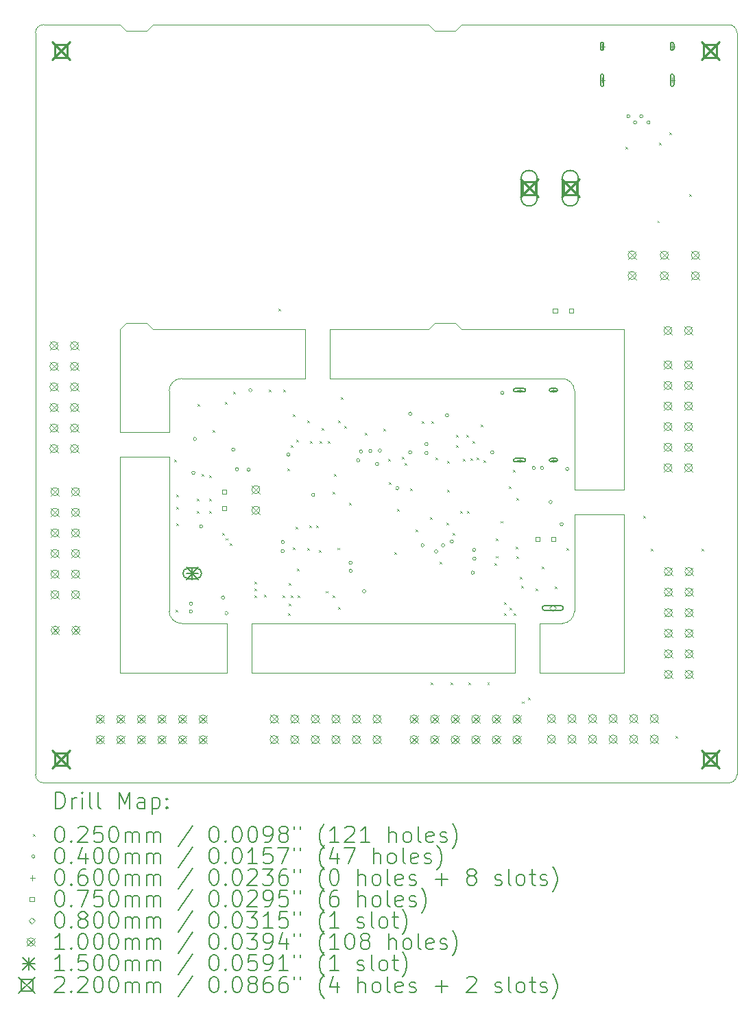
<source format=gbr>
%FSLAX45Y45*%
G04 Gerber Fmt 4.5, Leading zero omitted, Abs format (unit mm)*
G04 Created by KiCad (PCBNEW (6.0.2)) date 2022-03-08 19:39:57*
%MOMM*%
%LPD*%
G01*
G04 APERTURE LIST*
%TA.AperFunction,Profile*%
%ADD10C,0.100000*%
%TD*%
%ADD11C,0.200000*%
%ADD12C,0.025000*%
%ADD13C,0.040000*%
%ADD14C,0.060000*%
%ADD15C,0.075000*%
%ADD16C,0.080000*%
%ADD17C,0.100000*%
%ADD18C,0.150000*%
%ADD19C,0.220000*%
G04 APERTURE END LIST*
D10*
X9779000Y-16192500D02*
X9779000Y-7035800D01*
X15036800Y-10693400D02*
X17043400Y-10693400D01*
X10820400Y-6934200D02*
X9880600Y-6934200D01*
X11430000Y-12268200D02*
X10820400Y-12268200D01*
X13411200Y-11303000D02*
X16281400Y-11303000D01*
X12446000Y-14325600D02*
X15697200Y-14325600D01*
X16002000Y-14325600D02*
X16002000Y-14935200D01*
X16281400Y-14325600D02*
G75*
G03*
X16433800Y-14173200I0J152400D01*
G01*
X16281400Y-14325600D02*
X16002000Y-14325600D01*
X11430000Y-14173200D02*
G75*
G03*
X11582400Y-14325600I152400J0D01*
G01*
X11226800Y-6934200D02*
X11150600Y-7010400D01*
X14630400Y-10693400D02*
X13411200Y-10693400D01*
X14630400Y-10693400D02*
X14706600Y-10617200D01*
X9779000Y-16192500D02*
G75*
G03*
X9880600Y-16294100I101600J0D01*
G01*
X17043400Y-10693400D02*
X17043400Y-12674600D01*
X16002000Y-14935200D02*
X17043400Y-14935200D01*
X11430000Y-11963400D02*
X11430000Y-11455400D01*
X10896600Y-10617200D02*
X11150600Y-10617200D01*
X11582400Y-11303000D02*
G75*
G03*
X11430000Y-11455400I0J-152400D01*
G01*
X10896600Y-7010400D02*
X10820400Y-6934200D01*
X11150600Y-10617200D02*
X11226800Y-10693400D01*
X17043400Y-12979400D02*
X16433800Y-12979400D01*
X15697200Y-14935200D02*
X12446000Y-14935200D01*
X10820400Y-14935200D02*
X12141200Y-14935200D01*
X13411200Y-11303000D02*
X13411200Y-10693400D01*
X17043400Y-14935200D02*
X17043400Y-12979400D01*
X18338800Y-16294100D02*
X9880600Y-16294100D01*
X15697200Y-14325600D02*
X15697200Y-14935200D01*
X17043400Y-12674600D02*
X16433800Y-12674600D01*
X10820400Y-10693400D02*
X10896600Y-10617200D01*
X11582400Y-11303000D02*
X13106400Y-11303000D01*
X12141200Y-14325600D02*
X12141200Y-14935200D01*
X11430000Y-12268200D02*
X11430000Y-14173200D01*
X14960600Y-10617200D02*
X15036800Y-10693400D01*
X15036800Y-6934200D02*
X18338800Y-6934200D01*
X9880600Y-6934200D02*
G75*
G03*
X9779000Y-7035800I0J-101600D01*
G01*
X11430000Y-11963400D02*
X10820400Y-11963400D01*
X13106400Y-11303000D02*
X13106400Y-10693400D01*
X12446000Y-14325600D02*
X12446000Y-14935200D01*
X18338800Y-16294100D02*
G75*
G03*
X18440400Y-16192500I0J101600D01*
G01*
X16433800Y-12979400D02*
X16433800Y-14173200D01*
X16433800Y-11455400D02*
G75*
G03*
X16281400Y-11303000I-152400J0D01*
G01*
X10820400Y-11963400D02*
X10820400Y-10693400D01*
X18440400Y-7035800D02*
X18440400Y-16192500D01*
X18440400Y-7035800D02*
G75*
G03*
X18338800Y-6934200I-101600J0D01*
G01*
X14960600Y-7010400D02*
X14706600Y-7010400D01*
X14706600Y-10617200D02*
X14960600Y-10617200D01*
X11226800Y-10693400D02*
X13106400Y-10693400D01*
X16433800Y-12674600D02*
X16433800Y-11455400D01*
X14630400Y-6934200D02*
X11226800Y-6934200D01*
X10820400Y-12268200D02*
X10820400Y-14935200D01*
X12141200Y-14325600D02*
X11582400Y-14325600D01*
X15036800Y-6934200D02*
X14960600Y-7010400D01*
X14706600Y-7010400D02*
X14630400Y-6934200D01*
X11150600Y-7010400D02*
X10896600Y-7010400D01*
D11*
D12*
X11493700Y-12306500D02*
X11518700Y-12331500D01*
X11518700Y-12306500D02*
X11493700Y-12331500D01*
X11507500Y-14157500D02*
X11532500Y-14182500D01*
X11532500Y-14157500D02*
X11507500Y-14182500D01*
X11519100Y-12738300D02*
X11544100Y-12763300D01*
X11544100Y-12738300D02*
X11519100Y-12763300D01*
X11519100Y-12890700D02*
X11544100Y-12915700D01*
X11544100Y-12890700D02*
X11519100Y-12915700D01*
X11519100Y-13093900D02*
X11544100Y-13118900D01*
X11544100Y-13093900D02*
X11519100Y-13118900D01*
X11773100Y-12789100D02*
X11798100Y-12814100D01*
X11798100Y-12789100D02*
X11773100Y-12814100D01*
X11773100Y-12941500D02*
X11798100Y-12966500D01*
X11798100Y-12941500D02*
X11773100Y-12966500D01*
X11779450Y-11614350D02*
X11804450Y-11639350D01*
X11804450Y-11614350D02*
X11779450Y-11639350D01*
X11834060Y-12484300D02*
X11859060Y-12509300D01*
X11859060Y-12484300D02*
X11834060Y-12509300D01*
X11925500Y-12494460D02*
X11950500Y-12519460D01*
X11950500Y-12494460D02*
X11925500Y-12519460D01*
X11925500Y-12789100D02*
X11950500Y-12814100D01*
X11950500Y-12789100D02*
X11925500Y-12814100D01*
X11925500Y-12941500D02*
X11950500Y-12966500D01*
X11950500Y-12941500D02*
X11925500Y-12966500D01*
X11963600Y-11938200D02*
X11988600Y-11963200D01*
X11988600Y-11938200D02*
X11963600Y-11963200D01*
X12087500Y-13207500D02*
X12112500Y-13232500D01*
X12112500Y-13207500D02*
X12087500Y-13232500D01*
X12116000Y-11595300D02*
X12141000Y-11620300D01*
X12141000Y-11595300D02*
X12116000Y-11620300D01*
X12127500Y-13272500D02*
X12152500Y-13297500D01*
X12152500Y-13272500D02*
X12127500Y-13297500D01*
X12177500Y-13337500D02*
X12202500Y-13362500D01*
X12202500Y-13337500D02*
X12177500Y-13362500D01*
X12217600Y-11468300D02*
X12242600Y-11493300D01*
X12242600Y-11468300D02*
X12217600Y-11493300D01*
X12484300Y-13894000D02*
X12509300Y-13919000D01*
X12509300Y-13894000D02*
X12484300Y-13919000D01*
X12484300Y-13982900D02*
X12509300Y-14007900D01*
X12509300Y-13982900D02*
X12484300Y-14007900D01*
X12484300Y-13810500D02*
X12509300Y-13835500D01*
X12509300Y-13810500D02*
X12484300Y-13835500D01*
X12598600Y-13970200D02*
X12623600Y-13995200D01*
X12623600Y-13970200D02*
X12598600Y-13995200D01*
X12662100Y-11442900D02*
X12687100Y-11467900D01*
X12687100Y-11442900D02*
X12662100Y-11467900D01*
X12777500Y-10437500D02*
X12802500Y-10462500D01*
X12802500Y-10437500D02*
X12777500Y-10462500D01*
X12827200Y-13982900D02*
X12852200Y-14007900D01*
X12852200Y-13982900D02*
X12827200Y-14007900D01*
X12839900Y-11442900D02*
X12864900Y-11467900D01*
X12864900Y-11442900D02*
X12839900Y-11467900D01*
X12890700Y-12413180D02*
X12915700Y-12438180D01*
X12915700Y-12413180D02*
X12890700Y-12438180D01*
X12897500Y-14197500D02*
X12922500Y-14222500D01*
X12922500Y-14197500D02*
X12897500Y-14222500D01*
X12903400Y-13830500D02*
X12928400Y-13855500D01*
X12928400Y-13830500D02*
X12903400Y-13855500D01*
X12908480Y-14079420D02*
X12933480Y-14104420D01*
X12933480Y-14079420D02*
X12908480Y-14104420D01*
X12928800Y-13982900D02*
X12953800Y-14007900D01*
X12953800Y-13982900D02*
X12928800Y-14007900D01*
X12931340Y-12128700D02*
X12956340Y-12153700D01*
X12956340Y-12128700D02*
X12931340Y-12153700D01*
X12954200Y-11747700D02*
X12979200Y-11772700D01*
X12979200Y-11747700D02*
X12954200Y-11772700D01*
X12957500Y-13387500D02*
X12982500Y-13412500D01*
X12982500Y-13387500D02*
X12957500Y-13412500D01*
X12987220Y-13129460D02*
X13012220Y-13154460D01*
X13012220Y-13129460D02*
X12987220Y-13154460D01*
X13002460Y-12057580D02*
X13027460Y-12082580D01*
X13027460Y-12057580D02*
X13002460Y-12082580D01*
X13005000Y-13652700D02*
X13030000Y-13677700D01*
X13030000Y-13652700D02*
X13005000Y-13677700D01*
X13017700Y-13982900D02*
X13042700Y-14007900D01*
X13042700Y-13982900D02*
X13017700Y-14007900D01*
X13132000Y-11823900D02*
X13157000Y-11848900D01*
X13157000Y-11823900D02*
X13132000Y-11848900D01*
X13133300Y-13396700D02*
X13158300Y-13421700D01*
X13158300Y-13396700D02*
X13133300Y-13421700D01*
X13157400Y-13119300D02*
X13182400Y-13144300D01*
X13182400Y-13119300D02*
X13157400Y-13144300D01*
X13170100Y-12077900D02*
X13195100Y-12102900D01*
X13195100Y-12077900D02*
X13170100Y-12102900D01*
X13246300Y-13119300D02*
X13271300Y-13144300D01*
X13271300Y-13119300D02*
X13246300Y-13144300D01*
X13277500Y-13417500D02*
X13302500Y-13442500D01*
X13302500Y-13417500D02*
X13277500Y-13442500D01*
X13284400Y-12077900D02*
X13309400Y-12102900D01*
X13309400Y-12077900D02*
X13284400Y-12102900D01*
X13309800Y-11912800D02*
X13334800Y-11937800D01*
X13334800Y-11912800D02*
X13309800Y-11937800D01*
X13365680Y-13924480D02*
X13390680Y-13949480D01*
X13390680Y-13924480D02*
X13365680Y-13949480D01*
X13386000Y-12077900D02*
X13411000Y-12102900D01*
X13411000Y-12077900D02*
X13386000Y-12102900D01*
X13449500Y-12700200D02*
X13474500Y-12725200D01*
X13474500Y-12700200D02*
X13449500Y-12725200D01*
X13449500Y-13982900D02*
X13474500Y-14007900D01*
X13474500Y-13982900D02*
X13449500Y-14007900D01*
X13462200Y-12484300D02*
X13487200Y-12509300D01*
X13487200Y-12484300D02*
X13462200Y-12509300D01*
X13505380Y-13391080D02*
X13530380Y-13416080D01*
X13530380Y-13391080D02*
X13505380Y-13416080D01*
X13513000Y-11823900D02*
X13538000Y-11848900D01*
X13538000Y-11823900D02*
X13513000Y-11848900D01*
X13513000Y-14122600D02*
X13538000Y-14147600D01*
X13538000Y-14122600D02*
X13513000Y-14147600D01*
X13551100Y-11531800D02*
X13576100Y-11556800D01*
X13576100Y-11531800D02*
X13551100Y-11556800D01*
X13589200Y-11887400D02*
X13614200Y-11912400D01*
X13614200Y-11887400D02*
X13589200Y-11912400D01*
X13652700Y-12834820D02*
X13677700Y-12859820D01*
X13677700Y-12834820D02*
X13652700Y-12859820D01*
X13844000Y-11975500D02*
X13869000Y-12000500D01*
X13869000Y-11975500D02*
X13844000Y-12000500D01*
X14071800Y-11925500D02*
X14096800Y-11950500D01*
X14096800Y-11925500D02*
X14071800Y-11950500D01*
X14137500Y-12297500D02*
X14162500Y-12322500D01*
X14162500Y-12297500D02*
X14137500Y-12322500D01*
X14146500Y-12584500D02*
X14171500Y-12609500D01*
X14171500Y-12584500D02*
X14146500Y-12609500D01*
X14207500Y-13447500D02*
X14232500Y-13472500D01*
X14232500Y-13447500D02*
X14207500Y-13472500D01*
X14241980Y-12910699D02*
X14266980Y-12935699D01*
X14266980Y-12910699D02*
X14241980Y-12935699D01*
X14306500Y-12272500D02*
X14331500Y-12297500D01*
X14331500Y-12272500D02*
X14306500Y-12297500D01*
X14340500Y-12343500D02*
X14365500Y-12368500D01*
X14365500Y-12343500D02*
X14340500Y-12368500D01*
X14402000Y-12662100D02*
X14427000Y-12687100D01*
X14427000Y-12662100D02*
X14402000Y-12687100D01*
X14470580Y-13170100D02*
X14495580Y-13195100D01*
X14495580Y-13170100D02*
X14470580Y-13195100D01*
X14547500Y-11832500D02*
X14572500Y-11857500D01*
X14572500Y-11832500D02*
X14547500Y-11857500D01*
X14653460Y-13012620D02*
X14678460Y-13037620D01*
X14678460Y-13012620D02*
X14653460Y-13037620D01*
X14662500Y-15052500D02*
X14687500Y-15077500D01*
X14687500Y-15052500D02*
X14662500Y-15077500D01*
X14667500Y-11832500D02*
X14692500Y-11857500D01*
X14692500Y-11832500D02*
X14667500Y-11857500D01*
X14719500Y-12281100D02*
X14744500Y-12306100D01*
X14744500Y-12281100D02*
X14719500Y-12306100D01*
X14767500Y-13567500D02*
X14792500Y-13592500D01*
X14792500Y-13567500D02*
X14767500Y-13592500D01*
X14851580Y-13083740D02*
X14876580Y-13108740D01*
X14876580Y-13083740D02*
X14851580Y-13108740D01*
X14861740Y-12677340D02*
X14886740Y-12702340D01*
X14886740Y-12677340D02*
X14861740Y-12702340D01*
X14863500Y-12319500D02*
X14888500Y-12344500D01*
X14888500Y-12319500D02*
X14863500Y-12344500D01*
X14902500Y-15052500D02*
X14927500Y-15077500D01*
X14927500Y-15052500D02*
X14902500Y-15077500D01*
X14927780Y-13205660D02*
X14952780Y-13230660D01*
X14952780Y-13205660D02*
X14927780Y-13230660D01*
X14973500Y-12001700D02*
X14998500Y-12026700D01*
X14998500Y-12001700D02*
X14973500Y-12026700D01*
X14973500Y-12128700D02*
X14998500Y-12153700D01*
X14998500Y-12128700D02*
X14973500Y-12153700D01*
X15022500Y-12937500D02*
X15047500Y-12962500D01*
X15047500Y-12937500D02*
X15022500Y-12962500D01*
X15057500Y-12294500D02*
X15082500Y-12319500D01*
X15082500Y-12294500D02*
X15057500Y-12319500D01*
X15100500Y-12001700D02*
X15125500Y-12026700D01*
X15125500Y-12001700D02*
X15100500Y-12026700D01*
X15107500Y-12937500D02*
X15132500Y-12962500D01*
X15132500Y-12937500D02*
X15107500Y-12962500D01*
X15122500Y-15052500D02*
X15147500Y-15077500D01*
X15147500Y-15052500D02*
X15122500Y-15077500D01*
X15147500Y-12284500D02*
X15172500Y-12309500D01*
X15172500Y-12284500D02*
X15147500Y-12309500D01*
X15176700Y-12077900D02*
X15201700Y-12102900D01*
X15201700Y-12077900D02*
X15176700Y-12102900D01*
X15224500Y-12279500D02*
X15249500Y-12304500D01*
X15249500Y-12279500D02*
X15224500Y-12304500D01*
X15279100Y-11871500D02*
X15304100Y-11896500D01*
X15304100Y-11871500D02*
X15279100Y-11896500D01*
X15307500Y-12307500D02*
X15332500Y-12332500D01*
X15332500Y-12307500D02*
X15307500Y-12332500D01*
X15357500Y-15052500D02*
X15382500Y-15077500D01*
X15382500Y-15052500D02*
X15357500Y-15077500D01*
X15450500Y-13578500D02*
X15475500Y-13603500D01*
X15475500Y-13578500D02*
X15450500Y-13603500D01*
X15462500Y-13492500D02*
X15487500Y-13517500D01*
X15487500Y-13492500D02*
X15462500Y-13517500D01*
X15467500Y-13277500D02*
X15492500Y-13302500D01*
X15492500Y-13277500D02*
X15467500Y-13302500D01*
X15522911Y-13060622D02*
X15547911Y-13085622D01*
X15547911Y-13060622D02*
X15522911Y-13085622D01*
X15567500Y-14067450D02*
X15592500Y-14092450D01*
X15592500Y-14067450D02*
X15567500Y-14092450D01*
X15567500Y-14197500D02*
X15592500Y-14222500D01*
X15592500Y-14197500D02*
X15567500Y-14222500D01*
X15622500Y-12632500D02*
X15647500Y-12657500D01*
X15647500Y-12632500D02*
X15622500Y-12657500D01*
X15632500Y-14132500D02*
X15657500Y-14157500D01*
X15657500Y-14132500D02*
X15632500Y-14157500D01*
X15677500Y-12427500D02*
X15702500Y-12452500D01*
X15702500Y-12427500D02*
X15677500Y-12452500D01*
X15687500Y-14197500D02*
X15712500Y-14222500D01*
X15712500Y-14197500D02*
X15687500Y-14222500D01*
X15707500Y-13377500D02*
X15732500Y-13402500D01*
X15732500Y-13377500D02*
X15707500Y-13402500D01*
X15717500Y-12777500D02*
X15742500Y-12802500D01*
X15742500Y-12777500D02*
X15717500Y-12802500D01*
X15717501Y-13498647D02*
X15742501Y-13523647D01*
X15742501Y-13498647D02*
X15717501Y-13523647D01*
X15762500Y-13747500D02*
X15787500Y-13772500D01*
X15787500Y-13747500D02*
X15762500Y-13772500D01*
X15777500Y-13857500D02*
X15802500Y-13882500D01*
X15802500Y-13857500D02*
X15777500Y-13882500D01*
X15787500Y-15287500D02*
X15812500Y-15312500D01*
X15812500Y-15287500D02*
X15787500Y-15312500D01*
X15862500Y-15237500D02*
X15887500Y-15262500D01*
X15887500Y-15237500D02*
X15862500Y-15262500D01*
X15951400Y-13894000D02*
X15976400Y-13919000D01*
X15976400Y-13894000D02*
X15951400Y-13919000D01*
X16027600Y-13627300D02*
X16052600Y-13652300D01*
X16052600Y-13627300D02*
X16027600Y-13652300D01*
X16192700Y-13868600D02*
X16217700Y-13893600D01*
X16217700Y-13868600D02*
X16192700Y-13893600D01*
X16337500Y-13397500D02*
X16362500Y-13422500D01*
X16362500Y-13397500D02*
X16337500Y-13422500D01*
X17067500Y-8442500D02*
X17092500Y-8467500D01*
X17092500Y-8442500D02*
X17067500Y-8467500D01*
X17282500Y-12997500D02*
X17307500Y-13022500D01*
X17307500Y-12997500D02*
X17282500Y-13022500D01*
X17377500Y-13407500D02*
X17402500Y-13432500D01*
X17402500Y-13407500D02*
X17377500Y-13432500D01*
X17457500Y-9352500D02*
X17482500Y-9377500D01*
X17482500Y-9352500D02*
X17457500Y-9377500D01*
X17477500Y-8387500D02*
X17502500Y-8412500D01*
X17502500Y-8387500D02*
X17477500Y-8412500D01*
X17607500Y-8267500D02*
X17632500Y-8292500D01*
X17632500Y-8267500D02*
X17607500Y-8292500D01*
X17682500Y-15712500D02*
X17707500Y-15737500D01*
X17707500Y-15712500D02*
X17682500Y-15737500D01*
X17852500Y-9027500D02*
X17877500Y-9052500D01*
X17877500Y-9027500D02*
X17852500Y-9052500D01*
X18007500Y-13407500D02*
X18032500Y-13432500D01*
X18032500Y-13407500D02*
X18007500Y-13432500D01*
D13*
X11719240Y-14081760D02*
G75*
G03*
X11719240Y-14081760I-20000J0D01*
G01*
X11719240Y-14178280D02*
G75*
G03*
X11719240Y-14178280I-20000J0D01*
G01*
X11749720Y-12466320D02*
G75*
G03*
X11749720Y-12466320I-20000J0D01*
G01*
X11768300Y-12049100D02*
G75*
G03*
X11768300Y-12049100I-20000J0D01*
G01*
X11845779Y-13128050D02*
G75*
G03*
X11845779Y-13128050I-20000J0D01*
G01*
X12115480Y-14006450D02*
G75*
G03*
X12115480Y-14006450I-20000J0D01*
G01*
X12157550Y-14198600D02*
G75*
G03*
X12157550Y-14198600I-20000J0D01*
G01*
X12242480Y-12181840D02*
G75*
G03*
X12242480Y-12181840I-20000J0D01*
G01*
X12288075Y-12421930D02*
G75*
G03*
X12288075Y-12421930I-20000J0D01*
G01*
X12431240Y-12427560D02*
G75*
G03*
X12431240Y-12427560I-20000J0D01*
G01*
X12453300Y-11446450D02*
G75*
G03*
X12453300Y-11446450I-20000J0D01*
G01*
X12852080Y-13319760D02*
G75*
G03*
X12852080Y-13319760I-20000J0D01*
G01*
X12852080Y-13434060D02*
G75*
G03*
X12852080Y-13434060I-20000J0D01*
G01*
X12923200Y-12242800D02*
G75*
G03*
X12923200Y-12242800I-20000J0D01*
G01*
X13228000Y-12738100D02*
G75*
G03*
X13228000Y-12738100I-20000J0D01*
G01*
X13690280Y-13675360D02*
G75*
G03*
X13690280Y-13675360I-20000J0D01*
G01*
X13690687Y-13578678D02*
G75*
G03*
X13690687Y-13578678I-20000J0D01*
G01*
X13783611Y-12311735D02*
G75*
G03*
X13783611Y-12311735I-20000J0D01*
G01*
X13817280Y-12202160D02*
G75*
G03*
X13817280Y-12202160I-20000J0D01*
G01*
X13857920Y-13929360D02*
G75*
G03*
X13857920Y-13929360I-20000J0D01*
G01*
X13934120Y-12197080D02*
G75*
G03*
X13934120Y-12197080I-20000J0D01*
G01*
X14015935Y-12357118D02*
G75*
G03*
X14015935Y-12357118I-20000J0D01*
G01*
X14050960Y-12192000D02*
G75*
G03*
X14050960Y-12192000I-20000J0D01*
G01*
X14266000Y-12657000D02*
G75*
G03*
X14266000Y-12657000I-20000J0D01*
G01*
X14426880Y-11737340D02*
G75*
G03*
X14426880Y-11737340I-20000J0D01*
G01*
X14426880Y-12212320D02*
G75*
G03*
X14426880Y-12212320I-20000J0D01*
G01*
X14579280Y-13361522D02*
G75*
G03*
X14579280Y-13361522I-20000J0D01*
G01*
X14625800Y-12112600D02*
G75*
G03*
X14625800Y-12112600I-20000J0D01*
G01*
X14625800Y-12221150D02*
G75*
G03*
X14625800Y-12221150I-20000J0D01*
G01*
X14746920Y-13436600D02*
G75*
G03*
X14746920Y-13436600I-20000J0D01*
G01*
X14832766Y-13361522D02*
G75*
G03*
X14832766Y-13361522I-20000J0D01*
G01*
X14880000Y-11755000D02*
G75*
G03*
X14880000Y-11755000I-20000J0D01*
G01*
X14939960Y-13314680D02*
G75*
G03*
X14939960Y-13314680I-20000J0D01*
G01*
X15199040Y-13700000D02*
G75*
G03*
X15199040Y-13700000I-20000J0D01*
G01*
X15215080Y-13418160D02*
G75*
G03*
X15215080Y-13418160I-20000J0D01*
G01*
X15219730Y-13525270D02*
G75*
G03*
X15219730Y-13525270I-20000J0D01*
G01*
X15438600Y-12214200D02*
G75*
G03*
X15438600Y-12214200I-20000J0D01*
G01*
X15564800Y-11480800D02*
G75*
G03*
X15564800Y-11480800I-20000J0D01*
G01*
X15950880Y-12405360D02*
G75*
G03*
X15950880Y-12405360I-20000J0D01*
G01*
X16052480Y-12405360D02*
G75*
G03*
X16052480Y-12405360I-20000J0D01*
G01*
X16159160Y-12827000D02*
G75*
G03*
X16159160Y-12827000I-20000J0D01*
G01*
X16296320Y-13101320D02*
G75*
G03*
X16296320Y-13101320I-20000J0D01*
G01*
X16365000Y-12420000D02*
G75*
G03*
X16365000Y-12420000I-20000J0D01*
G01*
X17120350Y-8064500D02*
G75*
G03*
X17120350Y-8064500I-20000J0D01*
G01*
X17203500Y-8140100D02*
G75*
G03*
X17203500Y-8140100I-20000J0D01*
G01*
X17279300Y-8064500D02*
G75*
G03*
X17279300Y-8064500I-20000J0D01*
G01*
X17368200Y-8140700D02*
G75*
G03*
X17368200Y-8140700I-20000J0D01*
G01*
D14*
X15757100Y-11416000D02*
X15757100Y-11476000D01*
X15727100Y-11446000D02*
X15787100Y-11446000D01*
D11*
X15702100Y-11466000D02*
X15812100Y-11466000D01*
X15702100Y-11426000D02*
X15812100Y-11426000D01*
X15812100Y-11466000D02*
G75*
G03*
X15812100Y-11426000I0J20000D01*
G01*
X15702100Y-11426000D02*
G75*
G03*
X15702100Y-11466000I0J-20000D01*
G01*
D14*
X15757100Y-12280000D02*
X15757100Y-12340000D01*
X15727100Y-12310000D02*
X15787100Y-12310000D01*
D11*
X15702100Y-12330000D02*
X15812100Y-12330000D01*
X15702100Y-12290000D02*
X15812100Y-12290000D01*
X15812100Y-12330000D02*
G75*
G03*
X15812100Y-12290000I0J20000D01*
G01*
X15702100Y-12290000D02*
G75*
G03*
X15702100Y-12330000I0J-20000D01*
G01*
D14*
X16175100Y-11416000D02*
X16175100Y-11476000D01*
X16145100Y-11446000D02*
X16205100Y-11446000D01*
D11*
X16145100Y-11466000D02*
X16205100Y-11466000D01*
X16145100Y-11426000D02*
X16205100Y-11426000D01*
X16205100Y-11466000D02*
G75*
G03*
X16205100Y-11426000I0J20000D01*
G01*
X16145100Y-11426000D02*
G75*
G03*
X16145100Y-11466000I0J-20000D01*
G01*
D14*
X16175100Y-12280000D02*
X16175100Y-12340000D01*
X16145100Y-12310000D02*
X16205100Y-12310000D01*
D11*
X16145100Y-12330000D02*
X16205100Y-12330000D01*
X16145100Y-12290000D02*
X16205100Y-12290000D01*
X16205100Y-12330000D02*
G75*
G03*
X16205100Y-12290000I0J20000D01*
G01*
X16145100Y-12290000D02*
G75*
G03*
X16145100Y-12330000I0J-20000D01*
G01*
D14*
X16776500Y-7172320D02*
X16776500Y-7232320D01*
X16746500Y-7202320D02*
X16806500Y-7202320D01*
D11*
X16796500Y-7232320D02*
X16796500Y-7172320D01*
X16756500Y-7232320D02*
X16756500Y-7172320D01*
X16796500Y-7172320D02*
G75*
G03*
X16756500Y-7172320I-20000J0D01*
G01*
X16756500Y-7232320D02*
G75*
G03*
X16796500Y-7232320I20000J0D01*
G01*
D14*
X16776500Y-7590320D02*
X16776500Y-7650320D01*
X16746500Y-7620320D02*
X16806500Y-7620320D01*
D11*
X16796500Y-7675320D02*
X16796500Y-7565320D01*
X16756500Y-7675320D02*
X16756500Y-7565320D01*
X16796500Y-7565320D02*
G75*
G03*
X16756500Y-7565320I-20000J0D01*
G01*
X16756500Y-7675320D02*
G75*
G03*
X16796500Y-7675320I20000J0D01*
G01*
D14*
X17640500Y-7172320D02*
X17640500Y-7232320D01*
X17610500Y-7202320D02*
X17670500Y-7202320D01*
D11*
X17660500Y-7232320D02*
X17660500Y-7172320D01*
X17620500Y-7232320D02*
X17620500Y-7172320D01*
X17660500Y-7172320D02*
G75*
G03*
X17620500Y-7172320I-20000J0D01*
G01*
X17620500Y-7232320D02*
G75*
G03*
X17660500Y-7232320I20000J0D01*
G01*
D14*
X17640500Y-7590320D02*
X17640500Y-7650320D01*
X17610500Y-7620320D02*
X17670500Y-7620320D01*
D11*
X17660500Y-7675320D02*
X17660500Y-7565320D01*
X17620500Y-7675320D02*
X17620500Y-7565320D01*
X17660500Y-7565320D02*
G75*
G03*
X17620500Y-7565320I-20000J0D01*
G01*
X17620500Y-7675320D02*
G75*
G03*
X17660500Y-7675320I20000J0D01*
G01*
D15*
X12137417Y-12728317D02*
X12137417Y-12675283D01*
X12084383Y-12675283D01*
X12084383Y-12728317D01*
X12137417Y-12728317D01*
X12137417Y-12928317D02*
X12137417Y-12875283D01*
X12084383Y-12875283D01*
X12084383Y-12928317D01*
X12137417Y-12928317D01*
X16003917Y-13314517D02*
X16003917Y-13261483D01*
X15950883Y-13261483D01*
X15950883Y-13314517D01*
X16003917Y-13314517D01*
X16203917Y-13314517D02*
X16203917Y-13261483D01*
X16150883Y-13261483D01*
X16150883Y-13314517D01*
X16203917Y-13314517D01*
X16222217Y-10491317D02*
X16222217Y-10438283D01*
X16169183Y-10438283D01*
X16169183Y-10491317D01*
X16222217Y-10491317D01*
X16422217Y-10491317D02*
X16422217Y-10438283D01*
X16369183Y-10438283D01*
X16369183Y-10491317D01*
X16422217Y-10491317D01*
D16*
X16167100Y-14175100D02*
X16207100Y-14135100D01*
X16167100Y-14095100D01*
X16127100Y-14135100D01*
X16167100Y-14175100D01*
D11*
X16267100Y-14105100D02*
X16067100Y-14105100D01*
X16267100Y-14165100D02*
X16067100Y-14165100D01*
X16067100Y-14105100D02*
G75*
G03*
X16067100Y-14165100I0J-30000D01*
G01*
X16267100Y-14165100D02*
G75*
G03*
X16267100Y-14105100I0J30000D01*
G01*
D17*
X9957600Y-10846600D02*
X10057600Y-10946600D01*
X10057600Y-10846600D02*
X9957600Y-10946600D01*
X10057600Y-10896600D02*
G75*
G03*
X10057600Y-10896600I-50000J0D01*
G01*
X9957600Y-11100600D02*
X10057600Y-11200600D01*
X10057600Y-11100600D02*
X9957600Y-11200600D01*
X10057600Y-11150600D02*
G75*
G03*
X10057600Y-11150600I-50000J0D01*
G01*
X9957600Y-11354600D02*
X10057600Y-11454600D01*
X10057600Y-11354600D02*
X9957600Y-11454600D01*
X10057600Y-11404600D02*
G75*
G03*
X10057600Y-11404600I-50000J0D01*
G01*
X9957600Y-11608600D02*
X10057600Y-11708600D01*
X10057600Y-11608600D02*
X9957600Y-11708600D01*
X10057600Y-11658600D02*
G75*
G03*
X10057600Y-11658600I-50000J0D01*
G01*
X9957600Y-11862600D02*
X10057600Y-11962600D01*
X10057600Y-11862600D02*
X9957600Y-11962600D01*
X10057600Y-11912600D02*
G75*
G03*
X10057600Y-11912600I-50000J0D01*
G01*
X9957600Y-12116600D02*
X10057600Y-12216600D01*
X10057600Y-12116600D02*
X9957600Y-12216600D01*
X10057600Y-12166600D02*
G75*
G03*
X10057600Y-12166600I-50000J0D01*
G01*
X9970300Y-12650000D02*
X10070300Y-12750000D01*
X10070300Y-12650000D02*
X9970300Y-12750000D01*
X10070300Y-12700000D02*
G75*
G03*
X10070300Y-12700000I-50000J0D01*
G01*
X9970300Y-12904000D02*
X10070300Y-13004000D01*
X10070300Y-12904000D02*
X9970300Y-13004000D01*
X10070300Y-12954000D02*
G75*
G03*
X10070300Y-12954000I-50000J0D01*
G01*
X9970300Y-13158000D02*
X10070300Y-13258000D01*
X10070300Y-13158000D02*
X9970300Y-13258000D01*
X10070300Y-13208000D02*
G75*
G03*
X10070300Y-13208000I-50000J0D01*
G01*
X9970300Y-13412000D02*
X10070300Y-13512000D01*
X10070300Y-13412000D02*
X9970300Y-13512000D01*
X10070300Y-13462000D02*
G75*
G03*
X10070300Y-13462000I-50000J0D01*
G01*
X9970300Y-13666000D02*
X10070300Y-13766000D01*
X10070300Y-13666000D02*
X9970300Y-13766000D01*
X10070300Y-13716000D02*
G75*
G03*
X10070300Y-13716000I-50000J0D01*
G01*
X9970300Y-13920000D02*
X10070300Y-14020000D01*
X10070300Y-13920000D02*
X9970300Y-14020000D01*
X10070300Y-13970000D02*
G75*
G03*
X10070300Y-13970000I-50000J0D01*
G01*
X9973500Y-14360000D02*
X10073500Y-14460000D01*
X10073500Y-14360000D02*
X9973500Y-14460000D01*
X10073500Y-14410000D02*
G75*
G03*
X10073500Y-14410000I-50000J0D01*
G01*
X10211600Y-10846600D02*
X10311600Y-10946600D01*
X10311600Y-10846600D02*
X10211600Y-10946600D01*
X10311600Y-10896600D02*
G75*
G03*
X10311600Y-10896600I-50000J0D01*
G01*
X10211600Y-11100600D02*
X10311600Y-11200600D01*
X10311600Y-11100600D02*
X10211600Y-11200600D01*
X10311600Y-11150600D02*
G75*
G03*
X10311600Y-11150600I-50000J0D01*
G01*
X10211600Y-11354600D02*
X10311600Y-11454600D01*
X10311600Y-11354600D02*
X10211600Y-11454600D01*
X10311600Y-11404600D02*
G75*
G03*
X10311600Y-11404600I-50000J0D01*
G01*
X10211600Y-11608600D02*
X10311600Y-11708600D01*
X10311600Y-11608600D02*
X10211600Y-11708600D01*
X10311600Y-11658600D02*
G75*
G03*
X10311600Y-11658600I-50000J0D01*
G01*
X10211600Y-11862600D02*
X10311600Y-11962600D01*
X10311600Y-11862600D02*
X10211600Y-11962600D01*
X10311600Y-11912600D02*
G75*
G03*
X10311600Y-11912600I-50000J0D01*
G01*
X10211600Y-12116600D02*
X10311600Y-12216600D01*
X10311600Y-12116600D02*
X10211600Y-12216600D01*
X10311600Y-12166600D02*
G75*
G03*
X10311600Y-12166600I-50000J0D01*
G01*
X10224300Y-12650000D02*
X10324300Y-12750000D01*
X10324300Y-12650000D02*
X10224300Y-12750000D01*
X10324300Y-12700000D02*
G75*
G03*
X10324300Y-12700000I-50000J0D01*
G01*
X10224300Y-12904000D02*
X10324300Y-13004000D01*
X10324300Y-12904000D02*
X10224300Y-13004000D01*
X10324300Y-12954000D02*
G75*
G03*
X10324300Y-12954000I-50000J0D01*
G01*
X10224300Y-13158000D02*
X10324300Y-13258000D01*
X10324300Y-13158000D02*
X10224300Y-13258000D01*
X10324300Y-13208000D02*
G75*
G03*
X10324300Y-13208000I-50000J0D01*
G01*
X10224300Y-13412000D02*
X10324300Y-13512000D01*
X10324300Y-13412000D02*
X10224300Y-13512000D01*
X10324300Y-13462000D02*
G75*
G03*
X10324300Y-13462000I-50000J0D01*
G01*
X10224300Y-13666000D02*
X10324300Y-13766000D01*
X10324300Y-13666000D02*
X10224300Y-13766000D01*
X10324300Y-13716000D02*
G75*
G03*
X10324300Y-13716000I-50000J0D01*
G01*
X10224300Y-13920000D02*
X10324300Y-14020000D01*
X10324300Y-13920000D02*
X10224300Y-14020000D01*
X10324300Y-13970000D02*
G75*
G03*
X10324300Y-13970000I-50000J0D01*
G01*
X10227500Y-14360000D02*
X10327500Y-14460000D01*
X10327500Y-14360000D02*
X10227500Y-14460000D01*
X10327500Y-14410000D02*
G75*
G03*
X10327500Y-14410000I-50000J0D01*
G01*
X10529100Y-15456700D02*
X10629100Y-15556700D01*
X10629100Y-15456700D02*
X10529100Y-15556700D01*
X10629100Y-15506700D02*
G75*
G03*
X10629100Y-15506700I-50000J0D01*
G01*
X10529100Y-15710700D02*
X10629100Y-15810700D01*
X10629100Y-15710700D02*
X10529100Y-15810700D01*
X10629100Y-15760700D02*
G75*
G03*
X10629100Y-15760700I-50000J0D01*
G01*
X10783100Y-15456700D02*
X10883100Y-15556700D01*
X10883100Y-15456700D02*
X10783100Y-15556700D01*
X10883100Y-15506700D02*
G75*
G03*
X10883100Y-15506700I-50000J0D01*
G01*
X10783100Y-15710700D02*
X10883100Y-15810700D01*
X10883100Y-15710700D02*
X10783100Y-15810700D01*
X10883100Y-15760700D02*
G75*
G03*
X10883100Y-15760700I-50000J0D01*
G01*
X11037100Y-15456700D02*
X11137100Y-15556700D01*
X11137100Y-15456700D02*
X11037100Y-15556700D01*
X11137100Y-15506700D02*
G75*
G03*
X11137100Y-15506700I-50000J0D01*
G01*
X11037100Y-15710700D02*
X11137100Y-15810700D01*
X11137100Y-15710700D02*
X11037100Y-15810700D01*
X11137100Y-15760700D02*
G75*
G03*
X11137100Y-15760700I-50000J0D01*
G01*
X11291100Y-15456700D02*
X11391100Y-15556700D01*
X11391100Y-15456700D02*
X11291100Y-15556700D01*
X11391100Y-15506700D02*
G75*
G03*
X11391100Y-15506700I-50000J0D01*
G01*
X11291100Y-15710700D02*
X11391100Y-15810700D01*
X11391100Y-15710700D02*
X11291100Y-15810700D01*
X11391100Y-15760700D02*
G75*
G03*
X11391100Y-15760700I-50000J0D01*
G01*
X11545100Y-15456700D02*
X11645100Y-15556700D01*
X11645100Y-15456700D02*
X11545100Y-15556700D01*
X11645100Y-15506700D02*
G75*
G03*
X11645100Y-15506700I-50000J0D01*
G01*
X11545100Y-15710700D02*
X11645100Y-15810700D01*
X11645100Y-15710700D02*
X11545100Y-15810700D01*
X11645100Y-15760700D02*
G75*
G03*
X11645100Y-15760700I-50000J0D01*
G01*
X11799100Y-15456700D02*
X11899100Y-15556700D01*
X11899100Y-15456700D02*
X11799100Y-15556700D01*
X11899100Y-15506700D02*
G75*
G03*
X11899100Y-15506700I-50000J0D01*
G01*
X11799100Y-15710700D02*
X11899100Y-15810700D01*
X11899100Y-15710700D02*
X11799100Y-15810700D01*
X11899100Y-15760700D02*
G75*
G03*
X11899100Y-15760700I-50000J0D01*
G01*
X12450900Y-12624300D02*
X12550900Y-12724300D01*
X12550900Y-12624300D02*
X12450900Y-12724300D01*
X12550900Y-12674300D02*
G75*
G03*
X12550900Y-12674300I-50000J0D01*
G01*
X12450900Y-12878300D02*
X12550900Y-12978300D01*
X12550900Y-12878300D02*
X12450900Y-12978300D01*
X12550900Y-12928300D02*
G75*
G03*
X12550900Y-12928300I-50000J0D01*
G01*
X12675400Y-15456200D02*
X12775400Y-15556200D01*
X12775400Y-15456200D02*
X12675400Y-15556200D01*
X12775400Y-15506200D02*
G75*
G03*
X12775400Y-15506200I-50000J0D01*
G01*
X12675400Y-15710200D02*
X12775400Y-15810200D01*
X12775400Y-15710200D02*
X12675400Y-15810200D01*
X12775400Y-15760200D02*
G75*
G03*
X12775400Y-15760200I-50000J0D01*
G01*
X12929400Y-15456200D02*
X13029400Y-15556200D01*
X13029400Y-15456200D02*
X12929400Y-15556200D01*
X13029400Y-15506200D02*
G75*
G03*
X13029400Y-15506200I-50000J0D01*
G01*
X12929400Y-15710200D02*
X13029400Y-15810200D01*
X13029400Y-15710200D02*
X12929400Y-15810200D01*
X13029400Y-15760200D02*
G75*
G03*
X13029400Y-15760200I-50000J0D01*
G01*
X13183400Y-15456200D02*
X13283400Y-15556200D01*
X13283400Y-15456200D02*
X13183400Y-15556200D01*
X13283400Y-15506200D02*
G75*
G03*
X13283400Y-15506200I-50000J0D01*
G01*
X13183400Y-15710200D02*
X13283400Y-15810200D01*
X13283400Y-15710200D02*
X13183400Y-15810200D01*
X13283400Y-15760200D02*
G75*
G03*
X13283400Y-15760200I-50000J0D01*
G01*
X13437400Y-15456200D02*
X13537400Y-15556200D01*
X13537400Y-15456200D02*
X13437400Y-15556200D01*
X13537400Y-15506200D02*
G75*
G03*
X13537400Y-15506200I-50000J0D01*
G01*
X13437400Y-15710200D02*
X13537400Y-15810200D01*
X13537400Y-15710200D02*
X13437400Y-15810200D01*
X13537400Y-15760200D02*
G75*
G03*
X13537400Y-15760200I-50000J0D01*
G01*
X13691400Y-15456200D02*
X13791400Y-15556200D01*
X13791400Y-15456200D02*
X13691400Y-15556200D01*
X13791400Y-15506200D02*
G75*
G03*
X13791400Y-15506200I-50000J0D01*
G01*
X13691400Y-15710200D02*
X13791400Y-15810200D01*
X13791400Y-15710200D02*
X13691400Y-15810200D01*
X13791400Y-15760200D02*
G75*
G03*
X13791400Y-15760200I-50000J0D01*
G01*
X13945400Y-15456200D02*
X14045400Y-15556200D01*
X14045400Y-15456200D02*
X13945400Y-15556200D01*
X14045400Y-15506200D02*
G75*
G03*
X14045400Y-15506200I-50000J0D01*
G01*
X13945400Y-15710200D02*
X14045400Y-15810200D01*
X14045400Y-15710200D02*
X13945400Y-15810200D01*
X14045400Y-15760200D02*
G75*
G03*
X14045400Y-15760200I-50000J0D01*
G01*
X14402600Y-15456700D02*
X14502600Y-15556700D01*
X14502600Y-15456700D02*
X14402600Y-15556700D01*
X14502600Y-15506700D02*
G75*
G03*
X14502600Y-15506700I-50000J0D01*
G01*
X14402600Y-15710700D02*
X14502600Y-15810700D01*
X14502600Y-15710700D02*
X14402600Y-15810700D01*
X14502600Y-15760700D02*
G75*
G03*
X14502600Y-15760700I-50000J0D01*
G01*
X14656600Y-15456700D02*
X14756600Y-15556700D01*
X14756600Y-15456700D02*
X14656600Y-15556700D01*
X14756600Y-15506700D02*
G75*
G03*
X14756600Y-15506700I-50000J0D01*
G01*
X14656600Y-15710700D02*
X14756600Y-15810700D01*
X14756600Y-15710700D02*
X14656600Y-15810700D01*
X14756600Y-15760700D02*
G75*
G03*
X14756600Y-15760700I-50000J0D01*
G01*
X14910600Y-15456700D02*
X15010600Y-15556700D01*
X15010600Y-15456700D02*
X14910600Y-15556700D01*
X15010600Y-15506700D02*
G75*
G03*
X15010600Y-15506700I-50000J0D01*
G01*
X14910600Y-15710700D02*
X15010600Y-15810700D01*
X15010600Y-15710700D02*
X14910600Y-15810700D01*
X15010600Y-15760700D02*
G75*
G03*
X15010600Y-15760700I-50000J0D01*
G01*
X15164600Y-15456700D02*
X15264600Y-15556700D01*
X15264600Y-15456700D02*
X15164600Y-15556700D01*
X15264600Y-15506700D02*
G75*
G03*
X15264600Y-15506700I-50000J0D01*
G01*
X15164600Y-15710700D02*
X15264600Y-15810700D01*
X15264600Y-15710700D02*
X15164600Y-15810700D01*
X15264600Y-15760700D02*
G75*
G03*
X15264600Y-15760700I-50000J0D01*
G01*
X15418600Y-15456700D02*
X15518600Y-15556700D01*
X15518600Y-15456700D02*
X15418600Y-15556700D01*
X15518600Y-15506700D02*
G75*
G03*
X15518600Y-15506700I-50000J0D01*
G01*
X15418600Y-15710700D02*
X15518600Y-15810700D01*
X15518600Y-15710700D02*
X15418600Y-15810700D01*
X15518600Y-15760700D02*
G75*
G03*
X15518600Y-15760700I-50000J0D01*
G01*
X15672600Y-15456700D02*
X15772600Y-15556700D01*
X15772600Y-15456700D02*
X15672600Y-15556700D01*
X15772600Y-15506700D02*
G75*
G03*
X15772600Y-15506700I-50000J0D01*
G01*
X15672600Y-15710700D02*
X15772600Y-15810700D01*
X15772600Y-15710700D02*
X15672600Y-15810700D01*
X15772600Y-15760700D02*
G75*
G03*
X15772600Y-15760700I-50000J0D01*
G01*
X16100000Y-15450000D02*
X16200000Y-15550000D01*
X16200000Y-15450000D02*
X16100000Y-15550000D01*
X16200000Y-15500000D02*
G75*
G03*
X16200000Y-15500000I-50000J0D01*
G01*
X16100000Y-15704000D02*
X16200000Y-15804000D01*
X16200000Y-15704000D02*
X16100000Y-15804000D01*
X16200000Y-15754000D02*
G75*
G03*
X16200000Y-15754000I-50000J0D01*
G01*
X16354000Y-15450000D02*
X16454000Y-15550000D01*
X16454000Y-15450000D02*
X16354000Y-15550000D01*
X16454000Y-15500000D02*
G75*
G03*
X16454000Y-15500000I-50000J0D01*
G01*
X16354000Y-15704000D02*
X16454000Y-15804000D01*
X16454000Y-15704000D02*
X16354000Y-15804000D01*
X16454000Y-15754000D02*
G75*
G03*
X16454000Y-15754000I-50000J0D01*
G01*
X16608000Y-15450000D02*
X16708000Y-15550000D01*
X16708000Y-15450000D02*
X16608000Y-15550000D01*
X16708000Y-15500000D02*
G75*
G03*
X16708000Y-15500000I-50000J0D01*
G01*
X16608000Y-15704000D02*
X16708000Y-15804000D01*
X16708000Y-15704000D02*
X16608000Y-15804000D01*
X16708000Y-15754000D02*
G75*
G03*
X16708000Y-15754000I-50000J0D01*
G01*
X16862000Y-15450000D02*
X16962000Y-15550000D01*
X16962000Y-15450000D02*
X16862000Y-15550000D01*
X16962000Y-15500000D02*
G75*
G03*
X16962000Y-15500000I-50000J0D01*
G01*
X16862000Y-15704000D02*
X16962000Y-15804000D01*
X16962000Y-15704000D02*
X16862000Y-15804000D01*
X16962000Y-15754000D02*
G75*
G03*
X16962000Y-15754000I-50000J0D01*
G01*
X17095000Y-9727500D02*
X17195000Y-9827500D01*
X17195000Y-9727500D02*
X17095000Y-9827500D01*
X17195000Y-9777500D02*
G75*
G03*
X17195000Y-9777500I-50000J0D01*
G01*
X17095000Y-9981500D02*
X17195000Y-10081500D01*
X17195000Y-9981500D02*
X17095000Y-10081500D01*
X17195000Y-10031500D02*
G75*
G03*
X17195000Y-10031500I-50000J0D01*
G01*
X17116000Y-15450000D02*
X17216000Y-15550000D01*
X17216000Y-15450000D02*
X17116000Y-15550000D01*
X17216000Y-15500000D02*
G75*
G03*
X17216000Y-15500000I-50000J0D01*
G01*
X17116000Y-15704000D02*
X17216000Y-15804000D01*
X17216000Y-15704000D02*
X17116000Y-15804000D01*
X17216000Y-15754000D02*
G75*
G03*
X17216000Y-15754000I-50000J0D01*
G01*
X17370000Y-15450000D02*
X17470000Y-15550000D01*
X17470000Y-15450000D02*
X17370000Y-15550000D01*
X17470000Y-15500000D02*
G75*
G03*
X17470000Y-15500000I-50000J0D01*
G01*
X17370000Y-15704000D02*
X17470000Y-15804000D01*
X17470000Y-15704000D02*
X17370000Y-15804000D01*
X17470000Y-15754000D02*
G75*
G03*
X17470000Y-15754000I-50000J0D01*
G01*
X17493780Y-9729000D02*
X17593780Y-9829000D01*
X17593780Y-9729000D02*
X17493780Y-9829000D01*
X17593780Y-9779000D02*
G75*
G03*
X17593780Y-9779000I-50000J0D01*
G01*
X17493780Y-9983000D02*
X17593780Y-10083000D01*
X17593780Y-9983000D02*
X17493780Y-10083000D01*
X17593780Y-10033000D02*
G75*
G03*
X17593780Y-10033000I-50000J0D01*
G01*
X17538400Y-10658980D02*
X17638400Y-10758980D01*
X17638400Y-10658980D02*
X17538400Y-10758980D01*
X17638400Y-10708980D02*
G75*
G03*
X17638400Y-10708980I-50000J0D01*
G01*
X17538400Y-11083160D02*
X17638400Y-11183160D01*
X17638400Y-11083160D02*
X17538400Y-11183160D01*
X17638400Y-11133160D02*
G75*
G03*
X17638400Y-11133160I-50000J0D01*
G01*
X17538400Y-11337160D02*
X17638400Y-11437160D01*
X17638400Y-11337160D02*
X17538400Y-11437160D01*
X17638400Y-11387160D02*
G75*
G03*
X17638400Y-11387160I-50000J0D01*
G01*
X17538400Y-11591160D02*
X17638400Y-11691160D01*
X17638400Y-11591160D02*
X17538400Y-11691160D01*
X17638400Y-11641160D02*
G75*
G03*
X17638400Y-11641160I-50000J0D01*
G01*
X17538400Y-11845160D02*
X17638400Y-11945160D01*
X17638400Y-11845160D02*
X17538400Y-11945160D01*
X17638400Y-11895160D02*
G75*
G03*
X17638400Y-11895160I-50000J0D01*
G01*
X17538400Y-12099160D02*
X17638400Y-12199160D01*
X17638400Y-12099160D02*
X17538400Y-12199160D01*
X17638400Y-12149160D02*
G75*
G03*
X17638400Y-12149160I-50000J0D01*
G01*
X17538400Y-12353160D02*
X17638400Y-12453160D01*
X17638400Y-12353160D02*
X17538400Y-12453160D01*
X17638400Y-12403160D02*
G75*
G03*
X17638400Y-12403160I-50000J0D01*
G01*
X17543500Y-13635000D02*
X17643500Y-13735000D01*
X17643500Y-13635000D02*
X17543500Y-13735000D01*
X17643500Y-13685000D02*
G75*
G03*
X17643500Y-13685000I-50000J0D01*
G01*
X17543500Y-13889000D02*
X17643500Y-13989000D01*
X17643500Y-13889000D02*
X17543500Y-13989000D01*
X17643500Y-13939000D02*
G75*
G03*
X17643500Y-13939000I-50000J0D01*
G01*
X17543500Y-14143000D02*
X17643500Y-14243000D01*
X17643500Y-14143000D02*
X17543500Y-14243000D01*
X17643500Y-14193000D02*
G75*
G03*
X17643500Y-14193000I-50000J0D01*
G01*
X17543500Y-14397000D02*
X17643500Y-14497000D01*
X17643500Y-14397000D02*
X17543500Y-14497000D01*
X17643500Y-14447000D02*
G75*
G03*
X17643500Y-14447000I-50000J0D01*
G01*
X17543500Y-14651000D02*
X17643500Y-14751000D01*
X17643500Y-14651000D02*
X17543500Y-14751000D01*
X17643500Y-14701000D02*
G75*
G03*
X17643500Y-14701000I-50000J0D01*
G01*
X17543500Y-14905000D02*
X17643500Y-15005000D01*
X17643500Y-14905000D02*
X17543500Y-15005000D01*
X17643500Y-14955000D02*
G75*
G03*
X17643500Y-14955000I-50000J0D01*
G01*
X17792400Y-10658980D02*
X17892400Y-10758980D01*
X17892400Y-10658980D02*
X17792400Y-10758980D01*
X17892400Y-10708980D02*
G75*
G03*
X17892400Y-10708980I-50000J0D01*
G01*
X17792400Y-11083160D02*
X17892400Y-11183160D01*
X17892400Y-11083160D02*
X17792400Y-11183160D01*
X17892400Y-11133160D02*
G75*
G03*
X17892400Y-11133160I-50000J0D01*
G01*
X17792400Y-11337160D02*
X17892400Y-11437160D01*
X17892400Y-11337160D02*
X17792400Y-11437160D01*
X17892400Y-11387160D02*
G75*
G03*
X17892400Y-11387160I-50000J0D01*
G01*
X17792400Y-11591160D02*
X17892400Y-11691160D01*
X17892400Y-11591160D02*
X17792400Y-11691160D01*
X17892400Y-11641160D02*
G75*
G03*
X17892400Y-11641160I-50000J0D01*
G01*
X17792400Y-11845160D02*
X17892400Y-11945160D01*
X17892400Y-11845160D02*
X17792400Y-11945160D01*
X17892400Y-11895160D02*
G75*
G03*
X17892400Y-11895160I-50000J0D01*
G01*
X17792400Y-12099160D02*
X17892400Y-12199160D01*
X17892400Y-12099160D02*
X17792400Y-12199160D01*
X17892400Y-12149160D02*
G75*
G03*
X17892400Y-12149160I-50000J0D01*
G01*
X17792400Y-12353160D02*
X17892400Y-12453160D01*
X17892400Y-12353160D02*
X17792400Y-12453160D01*
X17892400Y-12403160D02*
G75*
G03*
X17892400Y-12403160I-50000J0D01*
G01*
X17797500Y-13635000D02*
X17897500Y-13735000D01*
X17897500Y-13635000D02*
X17797500Y-13735000D01*
X17897500Y-13685000D02*
G75*
G03*
X17897500Y-13685000I-50000J0D01*
G01*
X17797500Y-13889000D02*
X17897500Y-13989000D01*
X17897500Y-13889000D02*
X17797500Y-13989000D01*
X17897500Y-13939000D02*
G75*
G03*
X17897500Y-13939000I-50000J0D01*
G01*
X17797500Y-14143000D02*
X17897500Y-14243000D01*
X17897500Y-14143000D02*
X17797500Y-14243000D01*
X17897500Y-14193000D02*
G75*
G03*
X17897500Y-14193000I-50000J0D01*
G01*
X17797500Y-14397000D02*
X17897500Y-14497000D01*
X17897500Y-14397000D02*
X17797500Y-14497000D01*
X17897500Y-14447000D02*
G75*
G03*
X17897500Y-14447000I-50000J0D01*
G01*
X17797500Y-14651000D02*
X17897500Y-14751000D01*
X17897500Y-14651000D02*
X17797500Y-14751000D01*
X17897500Y-14701000D02*
G75*
G03*
X17897500Y-14701000I-50000J0D01*
G01*
X17797500Y-14905000D02*
X17897500Y-15005000D01*
X17897500Y-14905000D02*
X17797500Y-15005000D01*
X17897500Y-14955000D02*
G75*
G03*
X17897500Y-14955000I-50000J0D01*
G01*
X17877320Y-9731040D02*
X17977320Y-9831040D01*
X17977320Y-9731040D02*
X17877320Y-9831040D01*
X17977320Y-9781040D02*
G75*
G03*
X17977320Y-9781040I-50000J0D01*
G01*
X17877320Y-9985040D02*
X17977320Y-10085040D01*
X17977320Y-9985040D02*
X17877320Y-10085040D01*
X17977320Y-10035040D02*
G75*
G03*
X17977320Y-10035040I-50000J0D01*
G01*
D18*
X11641100Y-13633300D02*
X11791100Y-13783300D01*
X11791100Y-13633300D02*
X11641100Y-13783300D01*
X11716100Y-13633300D02*
X11716100Y-13783300D01*
X11641100Y-13708300D02*
X11791100Y-13708300D01*
D11*
X11666100Y-13773300D02*
X11766100Y-13773300D01*
X11666100Y-13643300D02*
X11766100Y-13643300D01*
X11766100Y-13773300D02*
G75*
G03*
X11766100Y-13643300I0J65000D01*
G01*
X11666100Y-13643300D02*
G75*
G03*
X11666100Y-13773300I0J-65000D01*
G01*
D19*
X9986500Y-7149820D02*
X10206500Y-7369820D01*
X10206500Y-7149820D02*
X9986500Y-7369820D01*
X10174283Y-7337602D02*
X10174283Y-7182037D01*
X10018718Y-7182037D01*
X10018718Y-7337602D01*
X10174283Y-7337602D01*
X9986500Y-15892000D02*
X10206500Y-16112000D01*
X10206500Y-15892000D02*
X9986500Y-16112000D01*
X10174283Y-16079782D02*
X10174283Y-15924217D01*
X10018718Y-15924217D01*
X10018718Y-16079782D01*
X10174283Y-16079782D01*
X15765000Y-8843500D02*
X15985000Y-9063500D01*
X15985000Y-8843500D02*
X15765000Y-9063500D01*
X15952782Y-9031283D02*
X15952782Y-8875718D01*
X15797217Y-8875718D01*
X15797217Y-9031283D01*
X15952782Y-9031283D01*
D11*
X15975000Y-9073500D02*
X15975000Y-8833500D01*
X15775000Y-9073500D02*
X15775000Y-8833500D01*
X15975000Y-8833500D02*
G75*
G03*
X15775000Y-8833500I-100000J0D01*
G01*
X15775000Y-9073500D02*
G75*
G03*
X15975000Y-9073500I100000J0D01*
G01*
D19*
X16273000Y-8843500D02*
X16493000Y-9063500D01*
X16493000Y-8843500D02*
X16273000Y-9063500D01*
X16460782Y-9031283D02*
X16460782Y-8875718D01*
X16305217Y-8875718D01*
X16305217Y-9031283D01*
X16460782Y-9031283D01*
D11*
X16483000Y-9073500D02*
X16483000Y-8833500D01*
X16283000Y-9073500D02*
X16283000Y-8833500D01*
X16483000Y-8833500D02*
G75*
G03*
X16283000Y-8833500I-100000J0D01*
G01*
X16283000Y-9073500D02*
G75*
G03*
X16483000Y-9073500I100000J0D01*
G01*
D19*
X18000200Y-7149820D02*
X18220200Y-7369820D01*
X18220200Y-7149820D02*
X18000200Y-7369820D01*
X18187983Y-7337602D02*
X18187983Y-7182037D01*
X18032418Y-7182037D01*
X18032418Y-7337602D01*
X18187983Y-7337602D01*
X18000200Y-15892000D02*
X18220200Y-16112000D01*
X18220200Y-15892000D02*
X18000200Y-16112000D01*
X18187983Y-16079782D02*
X18187983Y-15924217D01*
X18032418Y-15924217D01*
X18032418Y-16079782D01*
X18187983Y-16079782D01*
D11*
X10031619Y-16609576D02*
X10031619Y-16409576D01*
X10079238Y-16409576D01*
X10107810Y-16419100D01*
X10126857Y-16438148D01*
X10136381Y-16457195D01*
X10145905Y-16495290D01*
X10145905Y-16523862D01*
X10136381Y-16561957D01*
X10126857Y-16581005D01*
X10107810Y-16600052D01*
X10079238Y-16609576D01*
X10031619Y-16609576D01*
X10231619Y-16609576D02*
X10231619Y-16476243D01*
X10231619Y-16514338D02*
X10241143Y-16495290D01*
X10250667Y-16485767D01*
X10269714Y-16476243D01*
X10288762Y-16476243D01*
X10355429Y-16609576D02*
X10355429Y-16476243D01*
X10355429Y-16409576D02*
X10345905Y-16419100D01*
X10355429Y-16428624D01*
X10364952Y-16419100D01*
X10355429Y-16409576D01*
X10355429Y-16428624D01*
X10479238Y-16609576D02*
X10460190Y-16600052D01*
X10450667Y-16581005D01*
X10450667Y-16409576D01*
X10584000Y-16609576D02*
X10564952Y-16600052D01*
X10555429Y-16581005D01*
X10555429Y-16409576D01*
X10812571Y-16609576D02*
X10812571Y-16409576D01*
X10879238Y-16552433D01*
X10945905Y-16409576D01*
X10945905Y-16609576D01*
X11126857Y-16609576D02*
X11126857Y-16504814D01*
X11117333Y-16485767D01*
X11098286Y-16476243D01*
X11060190Y-16476243D01*
X11041143Y-16485767D01*
X11126857Y-16600052D02*
X11107810Y-16609576D01*
X11060190Y-16609576D01*
X11041143Y-16600052D01*
X11031619Y-16581005D01*
X11031619Y-16561957D01*
X11041143Y-16542909D01*
X11060190Y-16533386D01*
X11107810Y-16533386D01*
X11126857Y-16523862D01*
X11222095Y-16476243D02*
X11222095Y-16676243D01*
X11222095Y-16485767D02*
X11241143Y-16476243D01*
X11279238Y-16476243D01*
X11298286Y-16485767D01*
X11307809Y-16495290D01*
X11317333Y-16514338D01*
X11317333Y-16571481D01*
X11307809Y-16590528D01*
X11298286Y-16600052D01*
X11279238Y-16609576D01*
X11241143Y-16609576D01*
X11222095Y-16600052D01*
X11403048Y-16590528D02*
X11412571Y-16600052D01*
X11403048Y-16609576D01*
X11393524Y-16600052D01*
X11403048Y-16590528D01*
X11403048Y-16609576D01*
X11403048Y-16485767D02*
X11412571Y-16495290D01*
X11403048Y-16504814D01*
X11393524Y-16495290D01*
X11403048Y-16485767D01*
X11403048Y-16504814D01*
D12*
X9749000Y-16926600D02*
X9774000Y-16951600D01*
X9774000Y-16926600D02*
X9749000Y-16951600D01*
D11*
X10069714Y-16829576D02*
X10088762Y-16829576D01*
X10107810Y-16839100D01*
X10117333Y-16848624D01*
X10126857Y-16867671D01*
X10136381Y-16905767D01*
X10136381Y-16953386D01*
X10126857Y-16991481D01*
X10117333Y-17010529D01*
X10107810Y-17020052D01*
X10088762Y-17029576D01*
X10069714Y-17029576D01*
X10050667Y-17020052D01*
X10041143Y-17010529D01*
X10031619Y-16991481D01*
X10022095Y-16953386D01*
X10022095Y-16905767D01*
X10031619Y-16867671D01*
X10041143Y-16848624D01*
X10050667Y-16839100D01*
X10069714Y-16829576D01*
X10222095Y-17010529D02*
X10231619Y-17020052D01*
X10222095Y-17029576D01*
X10212571Y-17020052D01*
X10222095Y-17010529D01*
X10222095Y-17029576D01*
X10307810Y-16848624D02*
X10317333Y-16839100D01*
X10336381Y-16829576D01*
X10384000Y-16829576D01*
X10403048Y-16839100D01*
X10412571Y-16848624D01*
X10422095Y-16867671D01*
X10422095Y-16886719D01*
X10412571Y-16915290D01*
X10298286Y-17029576D01*
X10422095Y-17029576D01*
X10603048Y-16829576D02*
X10507810Y-16829576D01*
X10498286Y-16924814D01*
X10507810Y-16915290D01*
X10526857Y-16905767D01*
X10574476Y-16905767D01*
X10593524Y-16915290D01*
X10603048Y-16924814D01*
X10612571Y-16943862D01*
X10612571Y-16991481D01*
X10603048Y-17010529D01*
X10593524Y-17020052D01*
X10574476Y-17029576D01*
X10526857Y-17029576D01*
X10507810Y-17020052D01*
X10498286Y-17010529D01*
X10736381Y-16829576D02*
X10755429Y-16829576D01*
X10774476Y-16839100D01*
X10784000Y-16848624D01*
X10793524Y-16867671D01*
X10803048Y-16905767D01*
X10803048Y-16953386D01*
X10793524Y-16991481D01*
X10784000Y-17010529D01*
X10774476Y-17020052D01*
X10755429Y-17029576D01*
X10736381Y-17029576D01*
X10717333Y-17020052D01*
X10707810Y-17010529D01*
X10698286Y-16991481D01*
X10688762Y-16953386D01*
X10688762Y-16905767D01*
X10698286Y-16867671D01*
X10707810Y-16848624D01*
X10717333Y-16839100D01*
X10736381Y-16829576D01*
X10888762Y-17029576D02*
X10888762Y-16896243D01*
X10888762Y-16915290D02*
X10898286Y-16905767D01*
X10917333Y-16896243D01*
X10945905Y-16896243D01*
X10964952Y-16905767D01*
X10974476Y-16924814D01*
X10974476Y-17029576D01*
X10974476Y-16924814D02*
X10984000Y-16905767D01*
X11003048Y-16896243D01*
X11031619Y-16896243D01*
X11050667Y-16905767D01*
X11060190Y-16924814D01*
X11060190Y-17029576D01*
X11155429Y-17029576D02*
X11155429Y-16896243D01*
X11155429Y-16915290D02*
X11164952Y-16905767D01*
X11184000Y-16896243D01*
X11212571Y-16896243D01*
X11231619Y-16905767D01*
X11241143Y-16924814D01*
X11241143Y-17029576D01*
X11241143Y-16924814D02*
X11250667Y-16905767D01*
X11269714Y-16896243D01*
X11298286Y-16896243D01*
X11317333Y-16905767D01*
X11326857Y-16924814D01*
X11326857Y-17029576D01*
X11717333Y-16820052D02*
X11545905Y-17077195D01*
X11974476Y-16829576D02*
X11993524Y-16829576D01*
X12012571Y-16839100D01*
X12022095Y-16848624D01*
X12031619Y-16867671D01*
X12041143Y-16905767D01*
X12041143Y-16953386D01*
X12031619Y-16991481D01*
X12022095Y-17010529D01*
X12012571Y-17020052D01*
X11993524Y-17029576D01*
X11974476Y-17029576D01*
X11955428Y-17020052D01*
X11945905Y-17010529D01*
X11936381Y-16991481D01*
X11926857Y-16953386D01*
X11926857Y-16905767D01*
X11936381Y-16867671D01*
X11945905Y-16848624D01*
X11955428Y-16839100D01*
X11974476Y-16829576D01*
X12126857Y-17010529D02*
X12136381Y-17020052D01*
X12126857Y-17029576D01*
X12117333Y-17020052D01*
X12126857Y-17010529D01*
X12126857Y-17029576D01*
X12260190Y-16829576D02*
X12279238Y-16829576D01*
X12298286Y-16839100D01*
X12307809Y-16848624D01*
X12317333Y-16867671D01*
X12326857Y-16905767D01*
X12326857Y-16953386D01*
X12317333Y-16991481D01*
X12307809Y-17010529D01*
X12298286Y-17020052D01*
X12279238Y-17029576D01*
X12260190Y-17029576D01*
X12241143Y-17020052D01*
X12231619Y-17010529D01*
X12222095Y-16991481D01*
X12212571Y-16953386D01*
X12212571Y-16905767D01*
X12222095Y-16867671D01*
X12231619Y-16848624D01*
X12241143Y-16839100D01*
X12260190Y-16829576D01*
X12450667Y-16829576D02*
X12469714Y-16829576D01*
X12488762Y-16839100D01*
X12498286Y-16848624D01*
X12507809Y-16867671D01*
X12517333Y-16905767D01*
X12517333Y-16953386D01*
X12507809Y-16991481D01*
X12498286Y-17010529D01*
X12488762Y-17020052D01*
X12469714Y-17029576D01*
X12450667Y-17029576D01*
X12431619Y-17020052D01*
X12422095Y-17010529D01*
X12412571Y-16991481D01*
X12403048Y-16953386D01*
X12403048Y-16905767D01*
X12412571Y-16867671D01*
X12422095Y-16848624D01*
X12431619Y-16839100D01*
X12450667Y-16829576D01*
X12612571Y-17029576D02*
X12650667Y-17029576D01*
X12669714Y-17020052D01*
X12679238Y-17010529D01*
X12698286Y-16981957D01*
X12707809Y-16943862D01*
X12707809Y-16867671D01*
X12698286Y-16848624D01*
X12688762Y-16839100D01*
X12669714Y-16829576D01*
X12631619Y-16829576D01*
X12612571Y-16839100D01*
X12603048Y-16848624D01*
X12593524Y-16867671D01*
X12593524Y-16915290D01*
X12603048Y-16934338D01*
X12612571Y-16943862D01*
X12631619Y-16953386D01*
X12669714Y-16953386D01*
X12688762Y-16943862D01*
X12698286Y-16934338D01*
X12707809Y-16915290D01*
X12822095Y-16915290D02*
X12803048Y-16905767D01*
X12793524Y-16896243D01*
X12784000Y-16877195D01*
X12784000Y-16867671D01*
X12793524Y-16848624D01*
X12803048Y-16839100D01*
X12822095Y-16829576D01*
X12860190Y-16829576D01*
X12879238Y-16839100D01*
X12888762Y-16848624D01*
X12898286Y-16867671D01*
X12898286Y-16877195D01*
X12888762Y-16896243D01*
X12879238Y-16905767D01*
X12860190Y-16915290D01*
X12822095Y-16915290D01*
X12803048Y-16924814D01*
X12793524Y-16934338D01*
X12784000Y-16953386D01*
X12784000Y-16991481D01*
X12793524Y-17010529D01*
X12803048Y-17020052D01*
X12822095Y-17029576D01*
X12860190Y-17029576D01*
X12879238Y-17020052D01*
X12888762Y-17010529D01*
X12898286Y-16991481D01*
X12898286Y-16953386D01*
X12888762Y-16934338D01*
X12879238Y-16924814D01*
X12860190Y-16915290D01*
X12974476Y-16829576D02*
X12974476Y-16867671D01*
X13050667Y-16829576D02*
X13050667Y-16867671D01*
X13345905Y-17105767D02*
X13336381Y-17096243D01*
X13317333Y-17067671D01*
X13307809Y-17048624D01*
X13298286Y-17020052D01*
X13288762Y-16972433D01*
X13288762Y-16934338D01*
X13298286Y-16886719D01*
X13307809Y-16858148D01*
X13317333Y-16839100D01*
X13336381Y-16810529D01*
X13345905Y-16801005D01*
X13526857Y-17029576D02*
X13412571Y-17029576D01*
X13469714Y-17029576D02*
X13469714Y-16829576D01*
X13450667Y-16858148D01*
X13431619Y-16877195D01*
X13412571Y-16886719D01*
X13603048Y-16848624D02*
X13612571Y-16839100D01*
X13631619Y-16829576D01*
X13679238Y-16829576D01*
X13698286Y-16839100D01*
X13707809Y-16848624D01*
X13717333Y-16867671D01*
X13717333Y-16886719D01*
X13707809Y-16915290D01*
X13593524Y-17029576D01*
X13717333Y-17029576D01*
X13907809Y-17029576D02*
X13793524Y-17029576D01*
X13850667Y-17029576D02*
X13850667Y-16829576D01*
X13831619Y-16858148D01*
X13812571Y-16877195D01*
X13793524Y-16886719D01*
X14145905Y-17029576D02*
X14145905Y-16829576D01*
X14231619Y-17029576D02*
X14231619Y-16924814D01*
X14222095Y-16905767D01*
X14203048Y-16896243D01*
X14174476Y-16896243D01*
X14155428Y-16905767D01*
X14145905Y-16915290D01*
X14355428Y-17029576D02*
X14336381Y-17020052D01*
X14326857Y-17010529D01*
X14317333Y-16991481D01*
X14317333Y-16934338D01*
X14326857Y-16915290D01*
X14336381Y-16905767D01*
X14355428Y-16896243D01*
X14384000Y-16896243D01*
X14403048Y-16905767D01*
X14412571Y-16915290D01*
X14422095Y-16934338D01*
X14422095Y-16991481D01*
X14412571Y-17010529D01*
X14403048Y-17020052D01*
X14384000Y-17029576D01*
X14355428Y-17029576D01*
X14536381Y-17029576D02*
X14517333Y-17020052D01*
X14507809Y-17001005D01*
X14507809Y-16829576D01*
X14688762Y-17020052D02*
X14669714Y-17029576D01*
X14631619Y-17029576D01*
X14612571Y-17020052D01*
X14603048Y-17001005D01*
X14603048Y-16924814D01*
X14612571Y-16905767D01*
X14631619Y-16896243D01*
X14669714Y-16896243D01*
X14688762Y-16905767D01*
X14698286Y-16924814D01*
X14698286Y-16943862D01*
X14603048Y-16962910D01*
X14774476Y-17020052D02*
X14793524Y-17029576D01*
X14831619Y-17029576D01*
X14850667Y-17020052D01*
X14860190Y-17001005D01*
X14860190Y-16991481D01*
X14850667Y-16972433D01*
X14831619Y-16962910D01*
X14803048Y-16962910D01*
X14784000Y-16953386D01*
X14774476Y-16934338D01*
X14774476Y-16924814D01*
X14784000Y-16905767D01*
X14803048Y-16896243D01*
X14831619Y-16896243D01*
X14850667Y-16905767D01*
X14926857Y-17105767D02*
X14936381Y-17096243D01*
X14955428Y-17067671D01*
X14964952Y-17048624D01*
X14974476Y-17020052D01*
X14984000Y-16972433D01*
X14984000Y-16934338D01*
X14974476Y-16886719D01*
X14964952Y-16858148D01*
X14955428Y-16839100D01*
X14936381Y-16810529D01*
X14926857Y-16801005D01*
D13*
X9774000Y-17203100D02*
G75*
G03*
X9774000Y-17203100I-20000J0D01*
G01*
D11*
X10069714Y-17093576D02*
X10088762Y-17093576D01*
X10107810Y-17103100D01*
X10117333Y-17112624D01*
X10126857Y-17131671D01*
X10136381Y-17169767D01*
X10136381Y-17217386D01*
X10126857Y-17255481D01*
X10117333Y-17274529D01*
X10107810Y-17284052D01*
X10088762Y-17293576D01*
X10069714Y-17293576D01*
X10050667Y-17284052D01*
X10041143Y-17274529D01*
X10031619Y-17255481D01*
X10022095Y-17217386D01*
X10022095Y-17169767D01*
X10031619Y-17131671D01*
X10041143Y-17112624D01*
X10050667Y-17103100D01*
X10069714Y-17093576D01*
X10222095Y-17274529D02*
X10231619Y-17284052D01*
X10222095Y-17293576D01*
X10212571Y-17284052D01*
X10222095Y-17274529D01*
X10222095Y-17293576D01*
X10403048Y-17160243D02*
X10403048Y-17293576D01*
X10355429Y-17084052D02*
X10307810Y-17226910D01*
X10431619Y-17226910D01*
X10545905Y-17093576D02*
X10564952Y-17093576D01*
X10584000Y-17103100D01*
X10593524Y-17112624D01*
X10603048Y-17131671D01*
X10612571Y-17169767D01*
X10612571Y-17217386D01*
X10603048Y-17255481D01*
X10593524Y-17274529D01*
X10584000Y-17284052D01*
X10564952Y-17293576D01*
X10545905Y-17293576D01*
X10526857Y-17284052D01*
X10517333Y-17274529D01*
X10507810Y-17255481D01*
X10498286Y-17217386D01*
X10498286Y-17169767D01*
X10507810Y-17131671D01*
X10517333Y-17112624D01*
X10526857Y-17103100D01*
X10545905Y-17093576D01*
X10736381Y-17093576D02*
X10755429Y-17093576D01*
X10774476Y-17103100D01*
X10784000Y-17112624D01*
X10793524Y-17131671D01*
X10803048Y-17169767D01*
X10803048Y-17217386D01*
X10793524Y-17255481D01*
X10784000Y-17274529D01*
X10774476Y-17284052D01*
X10755429Y-17293576D01*
X10736381Y-17293576D01*
X10717333Y-17284052D01*
X10707810Y-17274529D01*
X10698286Y-17255481D01*
X10688762Y-17217386D01*
X10688762Y-17169767D01*
X10698286Y-17131671D01*
X10707810Y-17112624D01*
X10717333Y-17103100D01*
X10736381Y-17093576D01*
X10888762Y-17293576D02*
X10888762Y-17160243D01*
X10888762Y-17179290D02*
X10898286Y-17169767D01*
X10917333Y-17160243D01*
X10945905Y-17160243D01*
X10964952Y-17169767D01*
X10974476Y-17188814D01*
X10974476Y-17293576D01*
X10974476Y-17188814D02*
X10984000Y-17169767D01*
X11003048Y-17160243D01*
X11031619Y-17160243D01*
X11050667Y-17169767D01*
X11060190Y-17188814D01*
X11060190Y-17293576D01*
X11155429Y-17293576D02*
X11155429Y-17160243D01*
X11155429Y-17179290D02*
X11164952Y-17169767D01*
X11184000Y-17160243D01*
X11212571Y-17160243D01*
X11231619Y-17169767D01*
X11241143Y-17188814D01*
X11241143Y-17293576D01*
X11241143Y-17188814D02*
X11250667Y-17169767D01*
X11269714Y-17160243D01*
X11298286Y-17160243D01*
X11317333Y-17169767D01*
X11326857Y-17188814D01*
X11326857Y-17293576D01*
X11717333Y-17084052D02*
X11545905Y-17341195D01*
X11974476Y-17093576D02*
X11993524Y-17093576D01*
X12012571Y-17103100D01*
X12022095Y-17112624D01*
X12031619Y-17131671D01*
X12041143Y-17169767D01*
X12041143Y-17217386D01*
X12031619Y-17255481D01*
X12022095Y-17274529D01*
X12012571Y-17284052D01*
X11993524Y-17293576D01*
X11974476Y-17293576D01*
X11955428Y-17284052D01*
X11945905Y-17274529D01*
X11936381Y-17255481D01*
X11926857Y-17217386D01*
X11926857Y-17169767D01*
X11936381Y-17131671D01*
X11945905Y-17112624D01*
X11955428Y-17103100D01*
X11974476Y-17093576D01*
X12126857Y-17274529D02*
X12136381Y-17284052D01*
X12126857Y-17293576D01*
X12117333Y-17284052D01*
X12126857Y-17274529D01*
X12126857Y-17293576D01*
X12260190Y-17093576D02*
X12279238Y-17093576D01*
X12298286Y-17103100D01*
X12307809Y-17112624D01*
X12317333Y-17131671D01*
X12326857Y-17169767D01*
X12326857Y-17217386D01*
X12317333Y-17255481D01*
X12307809Y-17274529D01*
X12298286Y-17284052D01*
X12279238Y-17293576D01*
X12260190Y-17293576D01*
X12241143Y-17284052D01*
X12231619Y-17274529D01*
X12222095Y-17255481D01*
X12212571Y-17217386D01*
X12212571Y-17169767D01*
X12222095Y-17131671D01*
X12231619Y-17112624D01*
X12241143Y-17103100D01*
X12260190Y-17093576D01*
X12517333Y-17293576D02*
X12403048Y-17293576D01*
X12460190Y-17293576D02*
X12460190Y-17093576D01*
X12441143Y-17122148D01*
X12422095Y-17141195D01*
X12403048Y-17150719D01*
X12698286Y-17093576D02*
X12603048Y-17093576D01*
X12593524Y-17188814D01*
X12603048Y-17179290D01*
X12622095Y-17169767D01*
X12669714Y-17169767D01*
X12688762Y-17179290D01*
X12698286Y-17188814D01*
X12707809Y-17207862D01*
X12707809Y-17255481D01*
X12698286Y-17274529D01*
X12688762Y-17284052D01*
X12669714Y-17293576D01*
X12622095Y-17293576D01*
X12603048Y-17284052D01*
X12593524Y-17274529D01*
X12774476Y-17093576D02*
X12907809Y-17093576D01*
X12822095Y-17293576D01*
X12974476Y-17093576D02*
X12974476Y-17131671D01*
X13050667Y-17093576D02*
X13050667Y-17131671D01*
X13345905Y-17369767D02*
X13336381Y-17360243D01*
X13317333Y-17331671D01*
X13307809Y-17312624D01*
X13298286Y-17284052D01*
X13288762Y-17236433D01*
X13288762Y-17198338D01*
X13298286Y-17150719D01*
X13307809Y-17122148D01*
X13317333Y-17103100D01*
X13336381Y-17074529D01*
X13345905Y-17065005D01*
X13507809Y-17160243D02*
X13507809Y-17293576D01*
X13460190Y-17084052D02*
X13412571Y-17226910D01*
X13536381Y-17226910D01*
X13593524Y-17093576D02*
X13726857Y-17093576D01*
X13641143Y-17293576D01*
X13955428Y-17293576D02*
X13955428Y-17093576D01*
X14041143Y-17293576D02*
X14041143Y-17188814D01*
X14031619Y-17169767D01*
X14012571Y-17160243D01*
X13984000Y-17160243D01*
X13964952Y-17169767D01*
X13955428Y-17179290D01*
X14164952Y-17293576D02*
X14145905Y-17284052D01*
X14136381Y-17274529D01*
X14126857Y-17255481D01*
X14126857Y-17198338D01*
X14136381Y-17179290D01*
X14145905Y-17169767D01*
X14164952Y-17160243D01*
X14193524Y-17160243D01*
X14212571Y-17169767D01*
X14222095Y-17179290D01*
X14231619Y-17198338D01*
X14231619Y-17255481D01*
X14222095Y-17274529D01*
X14212571Y-17284052D01*
X14193524Y-17293576D01*
X14164952Y-17293576D01*
X14345905Y-17293576D02*
X14326857Y-17284052D01*
X14317333Y-17265005D01*
X14317333Y-17093576D01*
X14498286Y-17284052D02*
X14479238Y-17293576D01*
X14441143Y-17293576D01*
X14422095Y-17284052D01*
X14412571Y-17265005D01*
X14412571Y-17188814D01*
X14422095Y-17169767D01*
X14441143Y-17160243D01*
X14479238Y-17160243D01*
X14498286Y-17169767D01*
X14507809Y-17188814D01*
X14507809Y-17207862D01*
X14412571Y-17226910D01*
X14584000Y-17284052D02*
X14603048Y-17293576D01*
X14641143Y-17293576D01*
X14660190Y-17284052D01*
X14669714Y-17265005D01*
X14669714Y-17255481D01*
X14660190Y-17236433D01*
X14641143Y-17226910D01*
X14612571Y-17226910D01*
X14593524Y-17217386D01*
X14584000Y-17198338D01*
X14584000Y-17188814D01*
X14593524Y-17169767D01*
X14612571Y-17160243D01*
X14641143Y-17160243D01*
X14660190Y-17169767D01*
X14736381Y-17369767D02*
X14745905Y-17360243D01*
X14764952Y-17331671D01*
X14774476Y-17312624D01*
X14784000Y-17284052D01*
X14793524Y-17236433D01*
X14793524Y-17198338D01*
X14784000Y-17150719D01*
X14774476Y-17122148D01*
X14764952Y-17103100D01*
X14745905Y-17074529D01*
X14736381Y-17065005D01*
D14*
X9744000Y-17437100D02*
X9744000Y-17497100D01*
X9714000Y-17467100D02*
X9774000Y-17467100D01*
D11*
X10069714Y-17357576D02*
X10088762Y-17357576D01*
X10107810Y-17367100D01*
X10117333Y-17376624D01*
X10126857Y-17395671D01*
X10136381Y-17433767D01*
X10136381Y-17481386D01*
X10126857Y-17519481D01*
X10117333Y-17538529D01*
X10107810Y-17548052D01*
X10088762Y-17557576D01*
X10069714Y-17557576D01*
X10050667Y-17548052D01*
X10041143Y-17538529D01*
X10031619Y-17519481D01*
X10022095Y-17481386D01*
X10022095Y-17433767D01*
X10031619Y-17395671D01*
X10041143Y-17376624D01*
X10050667Y-17367100D01*
X10069714Y-17357576D01*
X10222095Y-17538529D02*
X10231619Y-17548052D01*
X10222095Y-17557576D01*
X10212571Y-17548052D01*
X10222095Y-17538529D01*
X10222095Y-17557576D01*
X10403048Y-17357576D02*
X10364952Y-17357576D01*
X10345905Y-17367100D01*
X10336381Y-17376624D01*
X10317333Y-17405195D01*
X10307810Y-17443290D01*
X10307810Y-17519481D01*
X10317333Y-17538529D01*
X10326857Y-17548052D01*
X10345905Y-17557576D01*
X10384000Y-17557576D01*
X10403048Y-17548052D01*
X10412571Y-17538529D01*
X10422095Y-17519481D01*
X10422095Y-17471862D01*
X10412571Y-17452814D01*
X10403048Y-17443290D01*
X10384000Y-17433767D01*
X10345905Y-17433767D01*
X10326857Y-17443290D01*
X10317333Y-17452814D01*
X10307810Y-17471862D01*
X10545905Y-17357576D02*
X10564952Y-17357576D01*
X10584000Y-17367100D01*
X10593524Y-17376624D01*
X10603048Y-17395671D01*
X10612571Y-17433767D01*
X10612571Y-17481386D01*
X10603048Y-17519481D01*
X10593524Y-17538529D01*
X10584000Y-17548052D01*
X10564952Y-17557576D01*
X10545905Y-17557576D01*
X10526857Y-17548052D01*
X10517333Y-17538529D01*
X10507810Y-17519481D01*
X10498286Y-17481386D01*
X10498286Y-17433767D01*
X10507810Y-17395671D01*
X10517333Y-17376624D01*
X10526857Y-17367100D01*
X10545905Y-17357576D01*
X10736381Y-17357576D02*
X10755429Y-17357576D01*
X10774476Y-17367100D01*
X10784000Y-17376624D01*
X10793524Y-17395671D01*
X10803048Y-17433767D01*
X10803048Y-17481386D01*
X10793524Y-17519481D01*
X10784000Y-17538529D01*
X10774476Y-17548052D01*
X10755429Y-17557576D01*
X10736381Y-17557576D01*
X10717333Y-17548052D01*
X10707810Y-17538529D01*
X10698286Y-17519481D01*
X10688762Y-17481386D01*
X10688762Y-17433767D01*
X10698286Y-17395671D01*
X10707810Y-17376624D01*
X10717333Y-17367100D01*
X10736381Y-17357576D01*
X10888762Y-17557576D02*
X10888762Y-17424243D01*
X10888762Y-17443290D02*
X10898286Y-17433767D01*
X10917333Y-17424243D01*
X10945905Y-17424243D01*
X10964952Y-17433767D01*
X10974476Y-17452814D01*
X10974476Y-17557576D01*
X10974476Y-17452814D02*
X10984000Y-17433767D01*
X11003048Y-17424243D01*
X11031619Y-17424243D01*
X11050667Y-17433767D01*
X11060190Y-17452814D01*
X11060190Y-17557576D01*
X11155429Y-17557576D02*
X11155429Y-17424243D01*
X11155429Y-17443290D02*
X11164952Y-17433767D01*
X11184000Y-17424243D01*
X11212571Y-17424243D01*
X11231619Y-17433767D01*
X11241143Y-17452814D01*
X11241143Y-17557576D01*
X11241143Y-17452814D02*
X11250667Y-17433767D01*
X11269714Y-17424243D01*
X11298286Y-17424243D01*
X11317333Y-17433767D01*
X11326857Y-17452814D01*
X11326857Y-17557576D01*
X11717333Y-17348052D02*
X11545905Y-17605195D01*
X11974476Y-17357576D02*
X11993524Y-17357576D01*
X12012571Y-17367100D01*
X12022095Y-17376624D01*
X12031619Y-17395671D01*
X12041143Y-17433767D01*
X12041143Y-17481386D01*
X12031619Y-17519481D01*
X12022095Y-17538529D01*
X12012571Y-17548052D01*
X11993524Y-17557576D01*
X11974476Y-17557576D01*
X11955428Y-17548052D01*
X11945905Y-17538529D01*
X11936381Y-17519481D01*
X11926857Y-17481386D01*
X11926857Y-17433767D01*
X11936381Y-17395671D01*
X11945905Y-17376624D01*
X11955428Y-17367100D01*
X11974476Y-17357576D01*
X12126857Y-17538529D02*
X12136381Y-17548052D01*
X12126857Y-17557576D01*
X12117333Y-17548052D01*
X12126857Y-17538529D01*
X12126857Y-17557576D01*
X12260190Y-17357576D02*
X12279238Y-17357576D01*
X12298286Y-17367100D01*
X12307809Y-17376624D01*
X12317333Y-17395671D01*
X12326857Y-17433767D01*
X12326857Y-17481386D01*
X12317333Y-17519481D01*
X12307809Y-17538529D01*
X12298286Y-17548052D01*
X12279238Y-17557576D01*
X12260190Y-17557576D01*
X12241143Y-17548052D01*
X12231619Y-17538529D01*
X12222095Y-17519481D01*
X12212571Y-17481386D01*
X12212571Y-17433767D01*
X12222095Y-17395671D01*
X12231619Y-17376624D01*
X12241143Y-17367100D01*
X12260190Y-17357576D01*
X12403048Y-17376624D02*
X12412571Y-17367100D01*
X12431619Y-17357576D01*
X12479238Y-17357576D01*
X12498286Y-17367100D01*
X12507809Y-17376624D01*
X12517333Y-17395671D01*
X12517333Y-17414719D01*
X12507809Y-17443290D01*
X12393524Y-17557576D01*
X12517333Y-17557576D01*
X12584000Y-17357576D02*
X12707809Y-17357576D01*
X12641143Y-17433767D01*
X12669714Y-17433767D01*
X12688762Y-17443290D01*
X12698286Y-17452814D01*
X12707809Y-17471862D01*
X12707809Y-17519481D01*
X12698286Y-17538529D01*
X12688762Y-17548052D01*
X12669714Y-17557576D01*
X12612571Y-17557576D01*
X12593524Y-17548052D01*
X12584000Y-17538529D01*
X12879238Y-17357576D02*
X12841143Y-17357576D01*
X12822095Y-17367100D01*
X12812571Y-17376624D01*
X12793524Y-17405195D01*
X12784000Y-17443290D01*
X12784000Y-17519481D01*
X12793524Y-17538529D01*
X12803048Y-17548052D01*
X12822095Y-17557576D01*
X12860190Y-17557576D01*
X12879238Y-17548052D01*
X12888762Y-17538529D01*
X12898286Y-17519481D01*
X12898286Y-17471862D01*
X12888762Y-17452814D01*
X12879238Y-17443290D01*
X12860190Y-17433767D01*
X12822095Y-17433767D01*
X12803048Y-17443290D01*
X12793524Y-17452814D01*
X12784000Y-17471862D01*
X12974476Y-17357576D02*
X12974476Y-17395671D01*
X13050667Y-17357576D02*
X13050667Y-17395671D01*
X13345905Y-17633767D02*
X13336381Y-17624243D01*
X13317333Y-17595671D01*
X13307809Y-17576624D01*
X13298286Y-17548052D01*
X13288762Y-17500433D01*
X13288762Y-17462338D01*
X13298286Y-17414719D01*
X13307809Y-17386148D01*
X13317333Y-17367100D01*
X13336381Y-17338529D01*
X13345905Y-17329005D01*
X13460190Y-17357576D02*
X13479238Y-17357576D01*
X13498286Y-17367100D01*
X13507809Y-17376624D01*
X13517333Y-17395671D01*
X13526857Y-17433767D01*
X13526857Y-17481386D01*
X13517333Y-17519481D01*
X13507809Y-17538529D01*
X13498286Y-17548052D01*
X13479238Y-17557576D01*
X13460190Y-17557576D01*
X13441143Y-17548052D01*
X13431619Y-17538529D01*
X13422095Y-17519481D01*
X13412571Y-17481386D01*
X13412571Y-17433767D01*
X13422095Y-17395671D01*
X13431619Y-17376624D01*
X13441143Y-17367100D01*
X13460190Y-17357576D01*
X13764952Y-17557576D02*
X13764952Y-17357576D01*
X13850667Y-17557576D02*
X13850667Y-17452814D01*
X13841143Y-17433767D01*
X13822095Y-17424243D01*
X13793524Y-17424243D01*
X13774476Y-17433767D01*
X13764952Y-17443290D01*
X13974476Y-17557576D02*
X13955428Y-17548052D01*
X13945905Y-17538529D01*
X13936381Y-17519481D01*
X13936381Y-17462338D01*
X13945905Y-17443290D01*
X13955428Y-17433767D01*
X13974476Y-17424243D01*
X14003048Y-17424243D01*
X14022095Y-17433767D01*
X14031619Y-17443290D01*
X14041143Y-17462338D01*
X14041143Y-17519481D01*
X14031619Y-17538529D01*
X14022095Y-17548052D01*
X14003048Y-17557576D01*
X13974476Y-17557576D01*
X14155428Y-17557576D02*
X14136381Y-17548052D01*
X14126857Y-17529005D01*
X14126857Y-17357576D01*
X14307809Y-17548052D02*
X14288762Y-17557576D01*
X14250667Y-17557576D01*
X14231619Y-17548052D01*
X14222095Y-17529005D01*
X14222095Y-17452814D01*
X14231619Y-17433767D01*
X14250667Y-17424243D01*
X14288762Y-17424243D01*
X14307809Y-17433767D01*
X14317333Y-17452814D01*
X14317333Y-17471862D01*
X14222095Y-17490910D01*
X14393524Y-17548052D02*
X14412571Y-17557576D01*
X14450667Y-17557576D01*
X14469714Y-17548052D01*
X14479238Y-17529005D01*
X14479238Y-17519481D01*
X14469714Y-17500433D01*
X14450667Y-17490910D01*
X14422095Y-17490910D01*
X14403048Y-17481386D01*
X14393524Y-17462338D01*
X14393524Y-17452814D01*
X14403048Y-17433767D01*
X14422095Y-17424243D01*
X14450667Y-17424243D01*
X14469714Y-17433767D01*
X14717333Y-17481386D02*
X14869714Y-17481386D01*
X14793524Y-17557576D02*
X14793524Y-17405195D01*
X15145905Y-17443290D02*
X15126857Y-17433767D01*
X15117333Y-17424243D01*
X15107809Y-17405195D01*
X15107809Y-17395671D01*
X15117333Y-17376624D01*
X15126857Y-17367100D01*
X15145905Y-17357576D01*
X15184000Y-17357576D01*
X15203048Y-17367100D01*
X15212571Y-17376624D01*
X15222095Y-17395671D01*
X15222095Y-17405195D01*
X15212571Y-17424243D01*
X15203048Y-17433767D01*
X15184000Y-17443290D01*
X15145905Y-17443290D01*
X15126857Y-17452814D01*
X15117333Y-17462338D01*
X15107809Y-17481386D01*
X15107809Y-17519481D01*
X15117333Y-17538529D01*
X15126857Y-17548052D01*
X15145905Y-17557576D01*
X15184000Y-17557576D01*
X15203048Y-17548052D01*
X15212571Y-17538529D01*
X15222095Y-17519481D01*
X15222095Y-17481386D01*
X15212571Y-17462338D01*
X15203048Y-17452814D01*
X15184000Y-17443290D01*
X15450667Y-17548052D02*
X15469714Y-17557576D01*
X15507809Y-17557576D01*
X15526857Y-17548052D01*
X15536381Y-17529005D01*
X15536381Y-17519481D01*
X15526857Y-17500433D01*
X15507809Y-17490910D01*
X15479238Y-17490910D01*
X15460190Y-17481386D01*
X15450667Y-17462338D01*
X15450667Y-17452814D01*
X15460190Y-17433767D01*
X15479238Y-17424243D01*
X15507809Y-17424243D01*
X15526857Y-17433767D01*
X15650667Y-17557576D02*
X15631619Y-17548052D01*
X15622095Y-17529005D01*
X15622095Y-17357576D01*
X15755428Y-17557576D02*
X15736381Y-17548052D01*
X15726857Y-17538529D01*
X15717333Y-17519481D01*
X15717333Y-17462338D01*
X15726857Y-17443290D01*
X15736381Y-17433767D01*
X15755428Y-17424243D01*
X15784000Y-17424243D01*
X15803048Y-17433767D01*
X15812571Y-17443290D01*
X15822095Y-17462338D01*
X15822095Y-17519481D01*
X15812571Y-17538529D01*
X15803048Y-17548052D01*
X15784000Y-17557576D01*
X15755428Y-17557576D01*
X15879238Y-17424243D02*
X15955428Y-17424243D01*
X15907809Y-17357576D02*
X15907809Y-17529005D01*
X15917333Y-17548052D01*
X15936381Y-17557576D01*
X15955428Y-17557576D01*
X16012571Y-17548052D02*
X16031619Y-17557576D01*
X16069714Y-17557576D01*
X16088762Y-17548052D01*
X16098286Y-17529005D01*
X16098286Y-17519481D01*
X16088762Y-17500433D01*
X16069714Y-17490910D01*
X16041143Y-17490910D01*
X16022095Y-17481386D01*
X16012571Y-17462338D01*
X16012571Y-17452814D01*
X16022095Y-17433767D01*
X16041143Y-17424243D01*
X16069714Y-17424243D01*
X16088762Y-17433767D01*
X16164952Y-17633767D02*
X16174476Y-17624243D01*
X16193524Y-17595671D01*
X16203048Y-17576624D01*
X16212571Y-17548052D01*
X16222095Y-17500433D01*
X16222095Y-17462338D01*
X16212571Y-17414719D01*
X16203048Y-17386148D01*
X16193524Y-17367100D01*
X16174476Y-17338529D01*
X16164952Y-17329005D01*
D15*
X9763017Y-17757617D02*
X9763017Y-17704583D01*
X9709983Y-17704583D01*
X9709983Y-17757617D01*
X9763017Y-17757617D01*
D11*
X10069714Y-17621576D02*
X10088762Y-17621576D01*
X10107810Y-17631100D01*
X10117333Y-17640624D01*
X10126857Y-17659671D01*
X10136381Y-17697767D01*
X10136381Y-17745386D01*
X10126857Y-17783481D01*
X10117333Y-17802529D01*
X10107810Y-17812052D01*
X10088762Y-17821576D01*
X10069714Y-17821576D01*
X10050667Y-17812052D01*
X10041143Y-17802529D01*
X10031619Y-17783481D01*
X10022095Y-17745386D01*
X10022095Y-17697767D01*
X10031619Y-17659671D01*
X10041143Y-17640624D01*
X10050667Y-17631100D01*
X10069714Y-17621576D01*
X10222095Y-17802529D02*
X10231619Y-17812052D01*
X10222095Y-17821576D01*
X10212571Y-17812052D01*
X10222095Y-17802529D01*
X10222095Y-17821576D01*
X10298286Y-17621576D02*
X10431619Y-17621576D01*
X10345905Y-17821576D01*
X10603048Y-17621576D02*
X10507810Y-17621576D01*
X10498286Y-17716814D01*
X10507810Y-17707290D01*
X10526857Y-17697767D01*
X10574476Y-17697767D01*
X10593524Y-17707290D01*
X10603048Y-17716814D01*
X10612571Y-17735862D01*
X10612571Y-17783481D01*
X10603048Y-17802529D01*
X10593524Y-17812052D01*
X10574476Y-17821576D01*
X10526857Y-17821576D01*
X10507810Y-17812052D01*
X10498286Y-17802529D01*
X10736381Y-17621576D02*
X10755429Y-17621576D01*
X10774476Y-17631100D01*
X10784000Y-17640624D01*
X10793524Y-17659671D01*
X10803048Y-17697767D01*
X10803048Y-17745386D01*
X10793524Y-17783481D01*
X10784000Y-17802529D01*
X10774476Y-17812052D01*
X10755429Y-17821576D01*
X10736381Y-17821576D01*
X10717333Y-17812052D01*
X10707810Y-17802529D01*
X10698286Y-17783481D01*
X10688762Y-17745386D01*
X10688762Y-17697767D01*
X10698286Y-17659671D01*
X10707810Y-17640624D01*
X10717333Y-17631100D01*
X10736381Y-17621576D01*
X10888762Y-17821576D02*
X10888762Y-17688243D01*
X10888762Y-17707290D02*
X10898286Y-17697767D01*
X10917333Y-17688243D01*
X10945905Y-17688243D01*
X10964952Y-17697767D01*
X10974476Y-17716814D01*
X10974476Y-17821576D01*
X10974476Y-17716814D02*
X10984000Y-17697767D01*
X11003048Y-17688243D01*
X11031619Y-17688243D01*
X11050667Y-17697767D01*
X11060190Y-17716814D01*
X11060190Y-17821576D01*
X11155429Y-17821576D02*
X11155429Y-17688243D01*
X11155429Y-17707290D02*
X11164952Y-17697767D01*
X11184000Y-17688243D01*
X11212571Y-17688243D01*
X11231619Y-17697767D01*
X11241143Y-17716814D01*
X11241143Y-17821576D01*
X11241143Y-17716814D02*
X11250667Y-17697767D01*
X11269714Y-17688243D01*
X11298286Y-17688243D01*
X11317333Y-17697767D01*
X11326857Y-17716814D01*
X11326857Y-17821576D01*
X11717333Y-17612052D02*
X11545905Y-17869195D01*
X11974476Y-17621576D02*
X11993524Y-17621576D01*
X12012571Y-17631100D01*
X12022095Y-17640624D01*
X12031619Y-17659671D01*
X12041143Y-17697767D01*
X12041143Y-17745386D01*
X12031619Y-17783481D01*
X12022095Y-17802529D01*
X12012571Y-17812052D01*
X11993524Y-17821576D01*
X11974476Y-17821576D01*
X11955428Y-17812052D01*
X11945905Y-17802529D01*
X11936381Y-17783481D01*
X11926857Y-17745386D01*
X11926857Y-17697767D01*
X11936381Y-17659671D01*
X11945905Y-17640624D01*
X11955428Y-17631100D01*
X11974476Y-17621576D01*
X12126857Y-17802529D02*
X12136381Y-17812052D01*
X12126857Y-17821576D01*
X12117333Y-17812052D01*
X12126857Y-17802529D01*
X12126857Y-17821576D01*
X12260190Y-17621576D02*
X12279238Y-17621576D01*
X12298286Y-17631100D01*
X12307809Y-17640624D01*
X12317333Y-17659671D01*
X12326857Y-17697767D01*
X12326857Y-17745386D01*
X12317333Y-17783481D01*
X12307809Y-17802529D01*
X12298286Y-17812052D01*
X12279238Y-17821576D01*
X12260190Y-17821576D01*
X12241143Y-17812052D01*
X12231619Y-17802529D01*
X12222095Y-17783481D01*
X12212571Y-17745386D01*
X12212571Y-17697767D01*
X12222095Y-17659671D01*
X12231619Y-17640624D01*
X12241143Y-17631100D01*
X12260190Y-17621576D01*
X12403048Y-17640624D02*
X12412571Y-17631100D01*
X12431619Y-17621576D01*
X12479238Y-17621576D01*
X12498286Y-17631100D01*
X12507809Y-17640624D01*
X12517333Y-17659671D01*
X12517333Y-17678719D01*
X12507809Y-17707290D01*
X12393524Y-17821576D01*
X12517333Y-17821576D01*
X12612571Y-17821576D02*
X12650667Y-17821576D01*
X12669714Y-17812052D01*
X12679238Y-17802529D01*
X12698286Y-17773957D01*
X12707809Y-17735862D01*
X12707809Y-17659671D01*
X12698286Y-17640624D01*
X12688762Y-17631100D01*
X12669714Y-17621576D01*
X12631619Y-17621576D01*
X12612571Y-17631100D01*
X12603048Y-17640624D01*
X12593524Y-17659671D01*
X12593524Y-17707290D01*
X12603048Y-17726338D01*
X12612571Y-17735862D01*
X12631619Y-17745386D01*
X12669714Y-17745386D01*
X12688762Y-17735862D01*
X12698286Y-17726338D01*
X12707809Y-17707290D01*
X12888762Y-17621576D02*
X12793524Y-17621576D01*
X12784000Y-17716814D01*
X12793524Y-17707290D01*
X12812571Y-17697767D01*
X12860190Y-17697767D01*
X12879238Y-17707290D01*
X12888762Y-17716814D01*
X12898286Y-17735862D01*
X12898286Y-17783481D01*
X12888762Y-17802529D01*
X12879238Y-17812052D01*
X12860190Y-17821576D01*
X12812571Y-17821576D01*
X12793524Y-17812052D01*
X12784000Y-17802529D01*
X12974476Y-17621576D02*
X12974476Y-17659671D01*
X13050667Y-17621576D02*
X13050667Y-17659671D01*
X13345905Y-17897767D02*
X13336381Y-17888243D01*
X13317333Y-17859671D01*
X13307809Y-17840624D01*
X13298286Y-17812052D01*
X13288762Y-17764433D01*
X13288762Y-17726338D01*
X13298286Y-17678719D01*
X13307809Y-17650148D01*
X13317333Y-17631100D01*
X13336381Y-17602529D01*
X13345905Y-17593005D01*
X13507809Y-17621576D02*
X13469714Y-17621576D01*
X13450667Y-17631100D01*
X13441143Y-17640624D01*
X13422095Y-17669195D01*
X13412571Y-17707290D01*
X13412571Y-17783481D01*
X13422095Y-17802529D01*
X13431619Y-17812052D01*
X13450667Y-17821576D01*
X13488762Y-17821576D01*
X13507809Y-17812052D01*
X13517333Y-17802529D01*
X13526857Y-17783481D01*
X13526857Y-17735862D01*
X13517333Y-17716814D01*
X13507809Y-17707290D01*
X13488762Y-17697767D01*
X13450667Y-17697767D01*
X13431619Y-17707290D01*
X13422095Y-17716814D01*
X13412571Y-17735862D01*
X13764952Y-17821576D02*
X13764952Y-17621576D01*
X13850667Y-17821576D02*
X13850667Y-17716814D01*
X13841143Y-17697767D01*
X13822095Y-17688243D01*
X13793524Y-17688243D01*
X13774476Y-17697767D01*
X13764952Y-17707290D01*
X13974476Y-17821576D02*
X13955428Y-17812052D01*
X13945905Y-17802529D01*
X13936381Y-17783481D01*
X13936381Y-17726338D01*
X13945905Y-17707290D01*
X13955428Y-17697767D01*
X13974476Y-17688243D01*
X14003048Y-17688243D01*
X14022095Y-17697767D01*
X14031619Y-17707290D01*
X14041143Y-17726338D01*
X14041143Y-17783481D01*
X14031619Y-17802529D01*
X14022095Y-17812052D01*
X14003048Y-17821576D01*
X13974476Y-17821576D01*
X14155428Y-17821576D02*
X14136381Y-17812052D01*
X14126857Y-17793005D01*
X14126857Y-17621576D01*
X14307809Y-17812052D02*
X14288762Y-17821576D01*
X14250667Y-17821576D01*
X14231619Y-17812052D01*
X14222095Y-17793005D01*
X14222095Y-17716814D01*
X14231619Y-17697767D01*
X14250667Y-17688243D01*
X14288762Y-17688243D01*
X14307809Y-17697767D01*
X14317333Y-17716814D01*
X14317333Y-17735862D01*
X14222095Y-17754910D01*
X14393524Y-17812052D02*
X14412571Y-17821576D01*
X14450667Y-17821576D01*
X14469714Y-17812052D01*
X14479238Y-17793005D01*
X14479238Y-17783481D01*
X14469714Y-17764433D01*
X14450667Y-17754910D01*
X14422095Y-17754910D01*
X14403048Y-17745386D01*
X14393524Y-17726338D01*
X14393524Y-17716814D01*
X14403048Y-17697767D01*
X14422095Y-17688243D01*
X14450667Y-17688243D01*
X14469714Y-17697767D01*
X14545905Y-17897767D02*
X14555428Y-17888243D01*
X14574476Y-17859671D01*
X14584000Y-17840624D01*
X14593524Y-17812052D01*
X14603048Y-17764433D01*
X14603048Y-17726338D01*
X14593524Y-17678719D01*
X14584000Y-17650148D01*
X14574476Y-17631100D01*
X14555428Y-17602529D01*
X14545905Y-17593005D01*
D16*
X9734000Y-18035100D02*
X9774000Y-17995100D01*
X9734000Y-17955100D01*
X9694000Y-17995100D01*
X9734000Y-18035100D01*
D11*
X10069714Y-17885576D02*
X10088762Y-17885576D01*
X10107810Y-17895100D01*
X10117333Y-17904624D01*
X10126857Y-17923671D01*
X10136381Y-17961767D01*
X10136381Y-18009386D01*
X10126857Y-18047481D01*
X10117333Y-18066529D01*
X10107810Y-18076052D01*
X10088762Y-18085576D01*
X10069714Y-18085576D01*
X10050667Y-18076052D01*
X10041143Y-18066529D01*
X10031619Y-18047481D01*
X10022095Y-18009386D01*
X10022095Y-17961767D01*
X10031619Y-17923671D01*
X10041143Y-17904624D01*
X10050667Y-17895100D01*
X10069714Y-17885576D01*
X10222095Y-18066529D02*
X10231619Y-18076052D01*
X10222095Y-18085576D01*
X10212571Y-18076052D01*
X10222095Y-18066529D01*
X10222095Y-18085576D01*
X10345905Y-17971290D02*
X10326857Y-17961767D01*
X10317333Y-17952243D01*
X10307810Y-17933195D01*
X10307810Y-17923671D01*
X10317333Y-17904624D01*
X10326857Y-17895100D01*
X10345905Y-17885576D01*
X10384000Y-17885576D01*
X10403048Y-17895100D01*
X10412571Y-17904624D01*
X10422095Y-17923671D01*
X10422095Y-17933195D01*
X10412571Y-17952243D01*
X10403048Y-17961767D01*
X10384000Y-17971290D01*
X10345905Y-17971290D01*
X10326857Y-17980814D01*
X10317333Y-17990338D01*
X10307810Y-18009386D01*
X10307810Y-18047481D01*
X10317333Y-18066529D01*
X10326857Y-18076052D01*
X10345905Y-18085576D01*
X10384000Y-18085576D01*
X10403048Y-18076052D01*
X10412571Y-18066529D01*
X10422095Y-18047481D01*
X10422095Y-18009386D01*
X10412571Y-17990338D01*
X10403048Y-17980814D01*
X10384000Y-17971290D01*
X10545905Y-17885576D02*
X10564952Y-17885576D01*
X10584000Y-17895100D01*
X10593524Y-17904624D01*
X10603048Y-17923671D01*
X10612571Y-17961767D01*
X10612571Y-18009386D01*
X10603048Y-18047481D01*
X10593524Y-18066529D01*
X10584000Y-18076052D01*
X10564952Y-18085576D01*
X10545905Y-18085576D01*
X10526857Y-18076052D01*
X10517333Y-18066529D01*
X10507810Y-18047481D01*
X10498286Y-18009386D01*
X10498286Y-17961767D01*
X10507810Y-17923671D01*
X10517333Y-17904624D01*
X10526857Y-17895100D01*
X10545905Y-17885576D01*
X10736381Y-17885576D02*
X10755429Y-17885576D01*
X10774476Y-17895100D01*
X10784000Y-17904624D01*
X10793524Y-17923671D01*
X10803048Y-17961767D01*
X10803048Y-18009386D01*
X10793524Y-18047481D01*
X10784000Y-18066529D01*
X10774476Y-18076052D01*
X10755429Y-18085576D01*
X10736381Y-18085576D01*
X10717333Y-18076052D01*
X10707810Y-18066529D01*
X10698286Y-18047481D01*
X10688762Y-18009386D01*
X10688762Y-17961767D01*
X10698286Y-17923671D01*
X10707810Y-17904624D01*
X10717333Y-17895100D01*
X10736381Y-17885576D01*
X10888762Y-18085576D02*
X10888762Y-17952243D01*
X10888762Y-17971290D02*
X10898286Y-17961767D01*
X10917333Y-17952243D01*
X10945905Y-17952243D01*
X10964952Y-17961767D01*
X10974476Y-17980814D01*
X10974476Y-18085576D01*
X10974476Y-17980814D02*
X10984000Y-17961767D01*
X11003048Y-17952243D01*
X11031619Y-17952243D01*
X11050667Y-17961767D01*
X11060190Y-17980814D01*
X11060190Y-18085576D01*
X11155429Y-18085576D02*
X11155429Y-17952243D01*
X11155429Y-17971290D02*
X11164952Y-17961767D01*
X11184000Y-17952243D01*
X11212571Y-17952243D01*
X11231619Y-17961767D01*
X11241143Y-17980814D01*
X11241143Y-18085576D01*
X11241143Y-17980814D02*
X11250667Y-17961767D01*
X11269714Y-17952243D01*
X11298286Y-17952243D01*
X11317333Y-17961767D01*
X11326857Y-17980814D01*
X11326857Y-18085576D01*
X11717333Y-17876052D02*
X11545905Y-18133195D01*
X11974476Y-17885576D02*
X11993524Y-17885576D01*
X12012571Y-17895100D01*
X12022095Y-17904624D01*
X12031619Y-17923671D01*
X12041143Y-17961767D01*
X12041143Y-18009386D01*
X12031619Y-18047481D01*
X12022095Y-18066529D01*
X12012571Y-18076052D01*
X11993524Y-18085576D01*
X11974476Y-18085576D01*
X11955428Y-18076052D01*
X11945905Y-18066529D01*
X11936381Y-18047481D01*
X11926857Y-18009386D01*
X11926857Y-17961767D01*
X11936381Y-17923671D01*
X11945905Y-17904624D01*
X11955428Y-17895100D01*
X11974476Y-17885576D01*
X12126857Y-18066529D02*
X12136381Y-18076052D01*
X12126857Y-18085576D01*
X12117333Y-18076052D01*
X12126857Y-18066529D01*
X12126857Y-18085576D01*
X12260190Y-17885576D02*
X12279238Y-17885576D01*
X12298286Y-17895100D01*
X12307809Y-17904624D01*
X12317333Y-17923671D01*
X12326857Y-17961767D01*
X12326857Y-18009386D01*
X12317333Y-18047481D01*
X12307809Y-18066529D01*
X12298286Y-18076052D01*
X12279238Y-18085576D01*
X12260190Y-18085576D01*
X12241143Y-18076052D01*
X12231619Y-18066529D01*
X12222095Y-18047481D01*
X12212571Y-18009386D01*
X12212571Y-17961767D01*
X12222095Y-17923671D01*
X12231619Y-17904624D01*
X12241143Y-17895100D01*
X12260190Y-17885576D01*
X12393524Y-17885576D02*
X12517333Y-17885576D01*
X12450667Y-17961767D01*
X12479238Y-17961767D01*
X12498286Y-17971290D01*
X12507809Y-17980814D01*
X12517333Y-17999862D01*
X12517333Y-18047481D01*
X12507809Y-18066529D01*
X12498286Y-18076052D01*
X12479238Y-18085576D01*
X12422095Y-18085576D01*
X12403048Y-18076052D01*
X12393524Y-18066529D01*
X12707809Y-18085576D02*
X12593524Y-18085576D01*
X12650667Y-18085576D02*
X12650667Y-17885576D01*
X12631619Y-17914148D01*
X12612571Y-17933195D01*
X12593524Y-17942719D01*
X12888762Y-17885576D02*
X12793524Y-17885576D01*
X12784000Y-17980814D01*
X12793524Y-17971290D01*
X12812571Y-17961767D01*
X12860190Y-17961767D01*
X12879238Y-17971290D01*
X12888762Y-17980814D01*
X12898286Y-17999862D01*
X12898286Y-18047481D01*
X12888762Y-18066529D01*
X12879238Y-18076052D01*
X12860190Y-18085576D01*
X12812571Y-18085576D01*
X12793524Y-18076052D01*
X12784000Y-18066529D01*
X12974476Y-17885576D02*
X12974476Y-17923671D01*
X13050667Y-17885576D02*
X13050667Y-17923671D01*
X13345905Y-18161767D02*
X13336381Y-18152243D01*
X13317333Y-18123671D01*
X13307809Y-18104624D01*
X13298286Y-18076052D01*
X13288762Y-18028433D01*
X13288762Y-17990338D01*
X13298286Y-17942719D01*
X13307809Y-17914148D01*
X13317333Y-17895100D01*
X13336381Y-17866529D01*
X13345905Y-17857005D01*
X13526857Y-18085576D02*
X13412571Y-18085576D01*
X13469714Y-18085576D02*
X13469714Y-17885576D01*
X13450667Y-17914148D01*
X13431619Y-17933195D01*
X13412571Y-17942719D01*
X13755428Y-18076052D02*
X13774476Y-18085576D01*
X13812571Y-18085576D01*
X13831619Y-18076052D01*
X13841143Y-18057005D01*
X13841143Y-18047481D01*
X13831619Y-18028433D01*
X13812571Y-18018910D01*
X13784000Y-18018910D01*
X13764952Y-18009386D01*
X13755428Y-17990338D01*
X13755428Y-17980814D01*
X13764952Y-17961767D01*
X13784000Y-17952243D01*
X13812571Y-17952243D01*
X13831619Y-17961767D01*
X13955428Y-18085576D02*
X13936381Y-18076052D01*
X13926857Y-18057005D01*
X13926857Y-17885576D01*
X14060190Y-18085576D02*
X14041143Y-18076052D01*
X14031619Y-18066529D01*
X14022095Y-18047481D01*
X14022095Y-17990338D01*
X14031619Y-17971290D01*
X14041143Y-17961767D01*
X14060190Y-17952243D01*
X14088762Y-17952243D01*
X14107809Y-17961767D01*
X14117333Y-17971290D01*
X14126857Y-17990338D01*
X14126857Y-18047481D01*
X14117333Y-18066529D01*
X14107809Y-18076052D01*
X14088762Y-18085576D01*
X14060190Y-18085576D01*
X14184000Y-17952243D02*
X14260190Y-17952243D01*
X14212571Y-17885576D02*
X14212571Y-18057005D01*
X14222095Y-18076052D01*
X14241143Y-18085576D01*
X14260190Y-18085576D01*
X14307809Y-18161767D02*
X14317333Y-18152243D01*
X14336381Y-18123671D01*
X14345905Y-18104624D01*
X14355428Y-18076052D01*
X14364952Y-18028433D01*
X14364952Y-17990338D01*
X14355428Y-17942719D01*
X14345905Y-17914148D01*
X14336381Y-17895100D01*
X14317333Y-17866529D01*
X14307809Y-17857005D01*
D17*
X9674000Y-18209100D02*
X9774000Y-18309100D01*
X9774000Y-18209100D02*
X9674000Y-18309100D01*
X9774000Y-18259100D02*
G75*
G03*
X9774000Y-18259100I-50000J0D01*
G01*
D11*
X10136381Y-18349576D02*
X10022095Y-18349576D01*
X10079238Y-18349576D02*
X10079238Y-18149576D01*
X10060190Y-18178148D01*
X10041143Y-18197195D01*
X10022095Y-18206719D01*
X10222095Y-18330529D02*
X10231619Y-18340052D01*
X10222095Y-18349576D01*
X10212571Y-18340052D01*
X10222095Y-18330529D01*
X10222095Y-18349576D01*
X10355429Y-18149576D02*
X10374476Y-18149576D01*
X10393524Y-18159100D01*
X10403048Y-18168624D01*
X10412571Y-18187671D01*
X10422095Y-18225767D01*
X10422095Y-18273386D01*
X10412571Y-18311481D01*
X10403048Y-18330529D01*
X10393524Y-18340052D01*
X10374476Y-18349576D01*
X10355429Y-18349576D01*
X10336381Y-18340052D01*
X10326857Y-18330529D01*
X10317333Y-18311481D01*
X10307810Y-18273386D01*
X10307810Y-18225767D01*
X10317333Y-18187671D01*
X10326857Y-18168624D01*
X10336381Y-18159100D01*
X10355429Y-18149576D01*
X10545905Y-18149576D02*
X10564952Y-18149576D01*
X10584000Y-18159100D01*
X10593524Y-18168624D01*
X10603048Y-18187671D01*
X10612571Y-18225767D01*
X10612571Y-18273386D01*
X10603048Y-18311481D01*
X10593524Y-18330529D01*
X10584000Y-18340052D01*
X10564952Y-18349576D01*
X10545905Y-18349576D01*
X10526857Y-18340052D01*
X10517333Y-18330529D01*
X10507810Y-18311481D01*
X10498286Y-18273386D01*
X10498286Y-18225767D01*
X10507810Y-18187671D01*
X10517333Y-18168624D01*
X10526857Y-18159100D01*
X10545905Y-18149576D01*
X10736381Y-18149576D02*
X10755429Y-18149576D01*
X10774476Y-18159100D01*
X10784000Y-18168624D01*
X10793524Y-18187671D01*
X10803048Y-18225767D01*
X10803048Y-18273386D01*
X10793524Y-18311481D01*
X10784000Y-18330529D01*
X10774476Y-18340052D01*
X10755429Y-18349576D01*
X10736381Y-18349576D01*
X10717333Y-18340052D01*
X10707810Y-18330529D01*
X10698286Y-18311481D01*
X10688762Y-18273386D01*
X10688762Y-18225767D01*
X10698286Y-18187671D01*
X10707810Y-18168624D01*
X10717333Y-18159100D01*
X10736381Y-18149576D01*
X10888762Y-18349576D02*
X10888762Y-18216243D01*
X10888762Y-18235290D02*
X10898286Y-18225767D01*
X10917333Y-18216243D01*
X10945905Y-18216243D01*
X10964952Y-18225767D01*
X10974476Y-18244814D01*
X10974476Y-18349576D01*
X10974476Y-18244814D02*
X10984000Y-18225767D01*
X11003048Y-18216243D01*
X11031619Y-18216243D01*
X11050667Y-18225767D01*
X11060190Y-18244814D01*
X11060190Y-18349576D01*
X11155429Y-18349576D02*
X11155429Y-18216243D01*
X11155429Y-18235290D02*
X11164952Y-18225767D01*
X11184000Y-18216243D01*
X11212571Y-18216243D01*
X11231619Y-18225767D01*
X11241143Y-18244814D01*
X11241143Y-18349576D01*
X11241143Y-18244814D02*
X11250667Y-18225767D01*
X11269714Y-18216243D01*
X11298286Y-18216243D01*
X11317333Y-18225767D01*
X11326857Y-18244814D01*
X11326857Y-18349576D01*
X11717333Y-18140052D02*
X11545905Y-18397195D01*
X11974476Y-18149576D02*
X11993524Y-18149576D01*
X12012571Y-18159100D01*
X12022095Y-18168624D01*
X12031619Y-18187671D01*
X12041143Y-18225767D01*
X12041143Y-18273386D01*
X12031619Y-18311481D01*
X12022095Y-18330529D01*
X12012571Y-18340052D01*
X11993524Y-18349576D01*
X11974476Y-18349576D01*
X11955428Y-18340052D01*
X11945905Y-18330529D01*
X11936381Y-18311481D01*
X11926857Y-18273386D01*
X11926857Y-18225767D01*
X11936381Y-18187671D01*
X11945905Y-18168624D01*
X11955428Y-18159100D01*
X11974476Y-18149576D01*
X12126857Y-18330529D02*
X12136381Y-18340052D01*
X12126857Y-18349576D01*
X12117333Y-18340052D01*
X12126857Y-18330529D01*
X12126857Y-18349576D01*
X12260190Y-18149576D02*
X12279238Y-18149576D01*
X12298286Y-18159100D01*
X12307809Y-18168624D01*
X12317333Y-18187671D01*
X12326857Y-18225767D01*
X12326857Y-18273386D01*
X12317333Y-18311481D01*
X12307809Y-18330529D01*
X12298286Y-18340052D01*
X12279238Y-18349576D01*
X12260190Y-18349576D01*
X12241143Y-18340052D01*
X12231619Y-18330529D01*
X12222095Y-18311481D01*
X12212571Y-18273386D01*
X12212571Y-18225767D01*
X12222095Y-18187671D01*
X12231619Y-18168624D01*
X12241143Y-18159100D01*
X12260190Y-18149576D01*
X12393524Y-18149576D02*
X12517333Y-18149576D01*
X12450667Y-18225767D01*
X12479238Y-18225767D01*
X12498286Y-18235290D01*
X12507809Y-18244814D01*
X12517333Y-18263862D01*
X12517333Y-18311481D01*
X12507809Y-18330529D01*
X12498286Y-18340052D01*
X12479238Y-18349576D01*
X12422095Y-18349576D01*
X12403048Y-18340052D01*
X12393524Y-18330529D01*
X12612571Y-18349576D02*
X12650667Y-18349576D01*
X12669714Y-18340052D01*
X12679238Y-18330529D01*
X12698286Y-18301957D01*
X12707809Y-18263862D01*
X12707809Y-18187671D01*
X12698286Y-18168624D01*
X12688762Y-18159100D01*
X12669714Y-18149576D01*
X12631619Y-18149576D01*
X12612571Y-18159100D01*
X12603048Y-18168624D01*
X12593524Y-18187671D01*
X12593524Y-18235290D01*
X12603048Y-18254338D01*
X12612571Y-18263862D01*
X12631619Y-18273386D01*
X12669714Y-18273386D01*
X12688762Y-18263862D01*
X12698286Y-18254338D01*
X12707809Y-18235290D01*
X12879238Y-18216243D02*
X12879238Y-18349576D01*
X12831619Y-18140052D02*
X12784000Y-18282910D01*
X12907809Y-18282910D01*
X12974476Y-18149576D02*
X12974476Y-18187671D01*
X13050667Y-18149576D02*
X13050667Y-18187671D01*
X13345905Y-18425767D02*
X13336381Y-18416243D01*
X13317333Y-18387671D01*
X13307809Y-18368624D01*
X13298286Y-18340052D01*
X13288762Y-18292433D01*
X13288762Y-18254338D01*
X13298286Y-18206719D01*
X13307809Y-18178148D01*
X13317333Y-18159100D01*
X13336381Y-18130529D01*
X13345905Y-18121005D01*
X13526857Y-18349576D02*
X13412571Y-18349576D01*
X13469714Y-18349576D02*
X13469714Y-18149576D01*
X13450667Y-18178148D01*
X13431619Y-18197195D01*
X13412571Y-18206719D01*
X13650667Y-18149576D02*
X13669714Y-18149576D01*
X13688762Y-18159100D01*
X13698286Y-18168624D01*
X13707809Y-18187671D01*
X13717333Y-18225767D01*
X13717333Y-18273386D01*
X13707809Y-18311481D01*
X13698286Y-18330529D01*
X13688762Y-18340052D01*
X13669714Y-18349576D01*
X13650667Y-18349576D01*
X13631619Y-18340052D01*
X13622095Y-18330529D01*
X13612571Y-18311481D01*
X13603048Y-18273386D01*
X13603048Y-18225767D01*
X13612571Y-18187671D01*
X13622095Y-18168624D01*
X13631619Y-18159100D01*
X13650667Y-18149576D01*
X13831619Y-18235290D02*
X13812571Y-18225767D01*
X13803048Y-18216243D01*
X13793524Y-18197195D01*
X13793524Y-18187671D01*
X13803048Y-18168624D01*
X13812571Y-18159100D01*
X13831619Y-18149576D01*
X13869714Y-18149576D01*
X13888762Y-18159100D01*
X13898286Y-18168624D01*
X13907809Y-18187671D01*
X13907809Y-18197195D01*
X13898286Y-18216243D01*
X13888762Y-18225767D01*
X13869714Y-18235290D01*
X13831619Y-18235290D01*
X13812571Y-18244814D01*
X13803048Y-18254338D01*
X13793524Y-18273386D01*
X13793524Y-18311481D01*
X13803048Y-18330529D01*
X13812571Y-18340052D01*
X13831619Y-18349576D01*
X13869714Y-18349576D01*
X13888762Y-18340052D01*
X13898286Y-18330529D01*
X13907809Y-18311481D01*
X13907809Y-18273386D01*
X13898286Y-18254338D01*
X13888762Y-18244814D01*
X13869714Y-18235290D01*
X14145905Y-18349576D02*
X14145905Y-18149576D01*
X14231619Y-18349576D02*
X14231619Y-18244814D01*
X14222095Y-18225767D01*
X14203048Y-18216243D01*
X14174476Y-18216243D01*
X14155428Y-18225767D01*
X14145905Y-18235290D01*
X14355428Y-18349576D02*
X14336381Y-18340052D01*
X14326857Y-18330529D01*
X14317333Y-18311481D01*
X14317333Y-18254338D01*
X14326857Y-18235290D01*
X14336381Y-18225767D01*
X14355428Y-18216243D01*
X14384000Y-18216243D01*
X14403048Y-18225767D01*
X14412571Y-18235290D01*
X14422095Y-18254338D01*
X14422095Y-18311481D01*
X14412571Y-18330529D01*
X14403048Y-18340052D01*
X14384000Y-18349576D01*
X14355428Y-18349576D01*
X14536381Y-18349576D02*
X14517333Y-18340052D01*
X14507809Y-18321005D01*
X14507809Y-18149576D01*
X14688762Y-18340052D02*
X14669714Y-18349576D01*
X14631619Y-18349576D01*
X14612571Y-18340052D01*
X14603048Y-18321005D01*
X14603048Y-18244814D01*
X14612571Y-18225767D01*
X14631619Y-18216243D01*
X14669714Y-18216243D01*
X14688762Y-18225767D01*
X14698286Y-18244814D01*
X14698286Y-18263862D01*
X14603048Y-18282910D01*
X14774476Y-18340052D02*
X14793524Y-18349576D01*
X14831619Y-18349576D01*
X14850667Y-18340052D01*
X14860190Y-18321005D01*
X14860190Y-18311481D01*
X14850667Y-18292433D01*
X14831619Y-18282910D01*
X14803048Y-18282910D01*
X14784000Y-18273386D01*
X14774476Y-18254338D01*
X14774476Y-18244814D01*
X14784000Y-18225767D01*
X14803048Y-18216243D01*
X14831619Y-18216243D01*
X14850667Y-18225767D01*
X14926857Y-18425767D02*
X14936381Y-18416243D01*
X14955428Y-18387671D01*
X14964952Y-18368624D01*
X14974476Y-18340052D01*
X14984000Y-18292433D01*
X14984000Y-18254338D01*
X14974476Y-18206719D01*
X14964952Y-18178148D01*
X14955428Y-18159100D01*
X14936381Y-18130529D01*
X14926857Y-18121005D01*
D18*
X9624000Y-18448100D02*
X9774000Y-18598100D01*
X9774000Y-18448100D02*
X9624000Y-18598100D01*
X9699000Y-18448100D02*
X9699000Y-18598100D01*
X9624000Y-18523100D02*
X9774000Y-18523100D01*
D11*
X10136381Y-18613576D02*
X10022095Y-18613576D01*
X10079238Y-18613576D02*
X10079238Y-18413576D01*
X10060190Y-18442148D01*
X10041143Y-18461195D01*
X10022095Y-18470719D01*
X10222095Y-18594529D02*
X10231619Y-18604052D01*
X10222095Y-18613576D01*
X10212571Y-18604052D01*
X10222095Y-18594529D01*
X10222095Y-18613576D01*
X10412571Y-18413576D02*
X10317333Y-18413576D01*
X10307810Y-18508814D01*
X10317333Y-18499290D01*
X10336381Y-18489767D01*
X10384000Y-18489767D01*
X10403048Y-18499290D01*
X10412571Y-18508814D01*
X10422095Y-18527862D01*
X10422095Y-18575481D01*
X10412571Y-18594529D01*
X10403048Y-18604052D01*
X10384000Y-18613576D01*
X10336381Y-18613576D01*
X10317333Y-18604052D01*
X10307810Y-18594529D01*
X10545905Y-18413576D02*
X10564952Y-18413576D01*
X10584000Y-18423100D01*
X10593524Y-18432624D01*
X10603048Y-18451671D01*
X10612571Y-18489767D01*
X10612571Y-18537386D01*
X10603048Y-18575481D01*
X10593524Y-18594529D01*
X10584000Y-18604052D01*
X10564952Y-18613576D01*
X10545905Y-18613576D01*
X10526857Y-18604052D01*
X10517333Y-18594529D01*
X10507810Y-18575481D01*
X10498286Y-18537386D01*
X10498286Y-18489767D01*
X10507810Y-18451671D01*
X10517333Y-18432624D01*
X10526857Y-18423100D01*
X10545905Y-18413576D01*
X10736381Y-18413576D02*
X10755429Y-18413576D01*
X10774476Y-18423100D01*
X10784000Y-18432624D01*
X10793524Y-18451671D01*
X10803048Y-18489767D01*
X10803048Y-18537386D01*
X10793524Y-18575481D01*
X10784000Y-18594529D01*
X10774476Y-18604052D01*
X10755429Y-18613576D01*
X10736381Y-18613576D01*
X10717333Y-18604052D01*
X10707810Y-18594529D01*
X10698286Y-18575481D01*
X10688762Y-18537386D01*
X10688762Y-18489767D01*
X10698286Y-18451671D01*
X10707810Y-18432624D01*
X10717333Y-18423100D01*
X10736381Y-18413576D01*
X10888762Y-18613576D02*
X10888762Y-18480243D01*
X10888762Y-18499290D02*
X10898286Y-18489767D01*
X10917333Y-18480243D01*
X10945905Y-18480243D01*
X10964952Y-18489767D01*
X10974476Y-18508814D01*
X10974476Y-18613576D01*
X10974476Y-18508814D02*
X10984000Y-18489767D01*
X11003048Y-18480243D01*
X11031619Y-18480243D01*
X11050667Y-18489767D01*
X11060190Y-18508814D01*
X11060190Y-18613576D01*
X11155429Y-18613576D02*
X11155429Y-18480243D01*
X11155429Y-18499290D02*
X11164952Y-18489767D01*
X11184000Y-18480243D01*
X11212571Y-18480243D01*
X11231619Y-18489767D01*
X11241143Y-18508814D01*
X11241143Y-18613576D01*
X11241143Y-18508814D02*
X11250667Y-18489767D01*
X11269714Y-18480243D01*
X11298286Y-18480243D01*
X11317333Y-18489767D01*
X11326857Y-18508814D01*
X11326857Y-18613576D01*
X11717333Y-18404052D02*
X11545905Y-18661195D01*
X11974476Y-18413576D02*
X11993524Y-18413576D01*
X12012571Y-18423100D01*
X12022095Y-18432624D01*
X12031619Y-18451671D01*
X12041143Y-18489767D01*
X12041143Y-18537386D01*
X12031619Y-18575481D01*
X12022095Y-18594529D01*
X12012571Y-18604052D01*
X11993524Y-18613576D01*
X11974476Y-18613576D01*
X11955428Y-18604052D01*
X11945905Y-18594529D01*
X11936381Y-18575481D01*
X11926857Y-18537386D01*
X11926857Y-18489767D01*
X11936381Y-18451671D01*
X11945905Y-18432624D01*
X11955428Y-18423100D01*
X11974476Y-18413576D01*
X12126857Y-18594529D02*
X12136381Y-18604052D01*
X12126857Y-18613576D01*
X12117333Y-18604052D01*
X12126857Y-18594529D01*
X12126857Y-18613576D01*
X12260190Y-18413576D02*
X12279238Y-18413576D01*
X12298286Y-18423100D01*
X12307809Y-18432624D01*
X12317333Y-18451671D01*
X12326857Y-18489767D01*
X12326857Y-18537386D01*
X12317333Y-18575481D01*
X12307809Y-18594529D01*
X12298286Y-18604052D01*
X12279238Y-18613576D01*
X12260190Y-18613576D01*
X12241143Y-18604052D01*
X12231619Y-18594529D01*
X12222095Y-18575481D01*
X12212571Y-18537386D01*
X12212571Y-18489767D01*
X12222095Y-18451671D01*
X12231619Y-18432624D01*
X12241143Y-18423100D01*
X12260190Y-18413576D01*
X12507809Y-18413576D02*
X12412571Y-18413576D01*
X12403048Y-18508814D01*
X12412571Y-18499290D01*
X12431619Y-18489767D01*
X12479238Y-18489767D01*
X12498286Y-18499290D01*
X12507809Y-18508814D01*
X12517333Y-18527862D01*
X12517333Y-18575481D01*
X12507809Y-18594529D01*
X12498286Y-18604052D01*
X12479238Y-18613576D01*
X12431619Y-18613576D01*
X12412571Y-18604052D01*
X12403048Y-18594529D01*
X12612571Y-18613576D02*
X12650667Y-18613576D01*
X12669714Y-18604052D01*
X12679238Y-18594529D01*
X12698286Y-18565957D01*
X12707809Y-18527862D01*
X12707809Y-18451671D01*
X12698286Y-18432624D01*
X12688762Y-18423100D01*
X12669714Y-18413576D01*
X12631619Y-18413576D01*
X12612571Y-18423100D01*
X12603048Y-18432624D01*
X12593524Y-18451671D01*
X12593524Y-18499290D01*
X12603048Y-18518338D01*
X12612571Y-18527862D01*
X12631619Y-18537386D01*
X12669714Y-18537386D01*
X12688762Y-18527862D01*
X12698286Y-18518338D01*
X12707809Y-18499290D01*
X12898286Y-18613576D02*
X12784000Y-18613576D01*
X12841143Y-18613576D02*
X12841143Y-18413576D01*
X12822095Y-18442148D01*
X12803048Y-18461195D01*
X12784000Y-18470719D01*
X12974476Y-18413576D02*
X12974476Y-18451671D01*
X13050667Y-18413576D02*
X13050667Y-18451671D01*
X13345905Y-18689767D02*
X13336381Y-18680243D01*
X13317333Y-18651671D01*
X13307809Y-18632624D01*
X13298286Y-18604052D01*
X13288762Y-18556433D01*
X13288762Y-18518338D01*
X13298286Y-18470719D01*
X13307809Y-18442148D01*
X13317333Y-18423100D01*
X13336381Y-18394529D01*
X13345905Y-18385005D01*
X13526857Y-18613576D02*
X13412571Y-18613576D01*
X13469714Y-18613576D02*
X13469714Y-18413576D01*
X13450667Y-18442148D01*
X13431619Y-18461195D01*
X13412571Y-18470719D01*
X13755428Y-18604052D02*
X13774476Y-18613576D01*
X13812571Y-18613576D01*
X13831619Y-18604052D01*
X13841143Y-18585005D01*
X13841143Y-18575481D01*
X13831619Y-18556433D01*
X13812571Y-18546910D01*
X13784000Y-18546910D01*
X13764952Y-18537386D01*
X13755428Y-18518338D01*
X13755428Y-18508814D01*
X13764952Y-18489767D01*
X13784000Y-18480243D01*
X13812571Y-18480243D01*
X13831619Y-18489767D01*
X13955428Y-18613576D02*
X13936381Y-18604052D01*
X13926857Y-18585005D01*
X13926857Y-18413576D01*
X14060190Y-18613576D02*
X14041143Y-18604052D01*
X14031619Y-18594529D01*
X14022095Y-18575481D01*
X14022095Y-18518338D01*
X14031619Y-18499290D01*
X14041143Y-18489767D01*
X14060190Y-18480243D01*
X14088762Y-18480243D01*
X14107809Y-18489767D01*
X14117333Y-18499290D01*
X14126857Y-18518338D01*
X14126857Y-18575481D01*
X14117333Y-18594529D01*
X14107809Y-18604052D01*
X14088762Y-18613576D01*
X14060190Y-18613576D01*
X14184000Y-18480243D02*
X14260190Y-18480243D01*
X14212571Y-18413576D02*
X14212571Y-18585005D01*
X14222095Y-18604052D01*
X14241143Y-18613576D01*
X14260190Y-18613576D01*
X14307809Y-18689767D02*
X14317333Y-18680243D01*
X14336381Y-18651671D01*
X14345905Y-18632624D01*
X14355428Y-18604052D01*
X14364952Y-18556433D01*
X14364952Y-18518338D01*
X14355428Y-18470719D01*
X14345905Y-18442148D01*
X14336381Y-18423100D01*
X14317333Y-18394529D01*
X14307809Y-18385005D01*
X9574000Y-18693100D02*
X9774000Y-18893100D01*
X9774000Y-18693100D02*
X9574000Y-18893100D01*
X9744711Y-18863811D02*
X9744711Y-18722389D01*
X9603289Y-18722389D01*
X9603289Y-18863811D01*
X9744711Y-18863811D01*
X10022095Y-18702624D02*
X10031619Y-18693100D01*
X10050667Y-18683576D01*
X10098286Y-18683576D01*
X10117333Y-18693100D01*
X10126857Y-18702624D01*
X10136381Y-18721671D01*
X10136381Y-18740719D01*
X10126857Y-18769290D01*
X10012571Y-18883576D01*
X10136381Y-18883576D01*
X10222095Y-18864529D02*
X10231619Y-18874052D01*
X10222095Y-18883576D01*
X10212571Y-18874052D01*
X10222095Y-18864529D01*
X10222095Y-18883576D01*
X10307810Y-18702624D02*
X10317333Y-18693100D01*
X10336381Y-18683576D01*
X10384000Y-18683576D01*
X10403048Y-18693100D01*
X10412571Y-18702624D01*
X10422095Y-18721671D01*
X10422095Y-18740719D01*
X10412571Y-18769290D01*
X10298286Y-18883576D01*
X10422095Y-18883576D01*
X10545905Y-18683576D02*
X10564952Y-18683576D01*
X10584000Y-18693100D01*
X10593524Y-18702624D01*
X10603048Y-18721671D01*
X10612571Y-18759767D01*
X10612571Y-18807386D01*
X10603048Y-18845481D01*
X10593524Y-18864529D01*
X10584000Y-18874052D01*
X10564952Y-18883576D01*
X10545905Y-18883576D01*
X10526857Y-18874052D01*
X10517333Y-18864529D01*
X10507810Y-18845481D01*
X10498286Y-18807386D01*
X10498286Y-18759767D01*
X10507810Y-18721671D01*
X10517333Y-18702624D01*
X10526857Y-18693100D01*
X10545905Y-18683576D01*
X10736381Y-18683576D02*
X10755429Y-18683576D01*
X10774476Y-18693100D01*
X10784000Y-18702624D01*
X10793524Y-18721671D01*
X10803048Y-18759767D01*
X10803048Y-18807386D01*
X10793524Y-18845481D01*
X10784000Y-18864529D01*
X10774476Y-18874052D01*
X10755429Y-18883576D01*
X10736381Y-18883576D01*
X10717333Y-18874052D01*
X10707810Y-18864529D01*
X10698286Y-18845481D01*
X10688762Y-18807386D01*
X10688762Y-18759767D01*
X10698286Y-18721671D01*
X10707810Y-18702624D01*
X10717333Y-18693100D01*
X10736381Y-18683576D01*
X10888762Y-18883576D02*
X10888762Y-18750243D01*
X10888762Y-18769290D02*
X10898286Y-18759767D01*
X10917333Y-18750243D01*
X10945905Y-18750243D01*
X10964952Y-18759767D01*
X10974476Y-18778814D01*
X10974476Y-18883576D01*
X10974476Y-18778814D02*
X10984000Y-18759767D01*
X11003048Y-18750243D01*
X11031619Y-18750243D01*
X11050667Y-18759767D01*
X11060190Y-18778814D01*
X11060190Y-18883576D01*
X11155429Y-18883576D02*
X11155429Y-18750243D01*
X11155429Y-18769290D02*
X11164952Y-18759767D01*
X11184000Y-18750243D01*
X11212571Y-18750243D01*
X11231619Y-18759767D01*
X11241143Y-18778814D01*
X11241143Y-18883576D01*
X11241143Y-18778814D02*
X11250667Y-18759767D01*
X11269714Y-18750243D01*
X11298286Y-18750243D01*
X11317333Y-18759767D01*
X11326857Y-18778814D01*
X11326857Y-18883576D01*
X11717333Y-18674052D02*
X11545905Y-18931195D01*
X11974476Y-18683576D02*
X11993524Y-18683576D01*
X12012571Y-18693100D01*
X12022095Y-18702624D01*
X12031619Y-18721671D01*
X12041143Y-18759767D01*
X12041143Y-18807386D01*
X12031619Y-18845481D01*
X12022095Y-18864529D01*
X12012571Y-18874052D01*
X11993524Y-18883576D01*
X11974476Y-18883576D01*
X11955428Y-18874052D01*
X11945905Y-18864529D01*
X11936381Y-18845481D01*
X11926857Y-18807386D01*
X11926857Y-18759767D01*
X11936381Y-18721671D01*
X11945905Y-18702624D01*
X11955428Y-18693100D01*
X11974476Y-18683576D01*
X12126857Y-18864529D02*
X12136381Y-18874052D01*
X12126857Y-18883576D01*
X12117333Y-18874052D01*
X12126857Y-18864529D01*
X12126857Y-18883576D01*
X12260190Y-18683576D02*
X12279238Y-18683576D01*
X12298286Y-18693100D01*
X12307809Y-18702624D01*
X12317333Y-18721671D01*
X12326857Y-18759767D01*
X12326857Y-18807386D01*
X12317333Y-18845481D01*
X12307809Y-18864529D01*
X12298286Y-18874052D01*
X12279238Y-18883576D01*
X12260190Y-18883576D01*
X12241143Y-18874052D01*
X12231619Y-18864529D01*
X12222095Y-18845481D01*
X12212571Y-18807386D01*
X12212571Y-18759767D01*
X12222095Y-18721671D01*
X12231619Y-18702624D01*
X12241143Y-18693100D01*
X12260190Y-18683576D01*
X12441143Y-18769290D02*
X12422095Y-18759767D01*
X12412571Y-18750243D01*
X12403048Y-18731195D01*
X12403048Y-18721671D01*
X12412571Y-18702624D01*
X12422095Y-18693100D01*
X12441143Y-18683576D01*
X12479238Y-18683576D01*
X12498286Y-18693100D01*
X12507809Y-18702624D01*
X12517333Y-18721671D01*
X12517333Y-18731195D01*
X12507809Y-18750243D01*
X12498286Y-18759767D01*
X12479238Y-18769290D01*
X12441143Y-18769290D01*
X12422095Y-18778814D01*
X12412571Y-18788338D01*
X12403048Y-18807386D01*
X12403048Y-18845481D01*
X12412571Y-18864529D01*
X12422095Y-18874052D01*
X12441143Y-18883576D01*
X12479238Y-18883576D01*
X12498286Y-18874052D01*
X12507809Y-18864529D01*
X12517333Y-18845481D01*
X12517333Y-18807386D01*
X12507809Y-18788338D01*
X12498286Y-18778814D01*
X12479238Y-18769290D01*
X12688762Y-18683576D02*
X12650667Y-18683576D01*
X12631619Y-18693100D01*
X12622095Y-18702624D01*
X12603048Y-18731195D01*
X12593524Y-18769290D01*
X12593524Y-18845481D01*
X12603048Y-18864529D01*
X12612571Y-18874052D01*
X12631619Y-18883576D01*
X12669714Y-18883576D01*
X12688762Y-18874052D01*
X12698286Y-18864529D01*
X12707809Y-18845481D01*
X12707809Y-18797862D01*
X12698286Y-18778814D01*
X12688762Y-18769290D01*
X12669714Y-18759767D01*
X12631619Y-18759767D01*
X12612571Y-18769290D01*
X12603048Y-18778814D01*
X12593524Y-18797862D01*
X12879238Y-18683576D02*
X12841143Y-18683576D01*
X12822095Y-18693100D01*
X12812571Y-18702624D01*
X12793524Y-18731195D01*
X12784000Y-18769290D01*
X12784000Y-18845481D01*
X12793524Y-18864529D01*
X12803048Y-18874052D01*
X12822095Y-18883576D01*
X12860190Y-18883576D01*
X12879238Y-18874052D01*
X12888762Y-18864529D01*
X12898286Y-18845481D01*
X12898286Y-18797862D01*
X12888762Y-18778814D01*
X12879238Y-18769290D01*
X12860190Y-18759767D01*
X12822095Y-18759767D01*
X12803048Y-18769290D01*
X12793524Y-18778814D01*
X12784000Y-18797862D01*
X12974476Y-18683576D02*
X12974476Y-18721671D01*
X13050667Y-18683576D02*
X13050667Y-18721671D01*
X13345905Y-18959767D02*
X13336381Y-18950243D01*
X13317333Y-18921671D01*
X13307809Y-18902624D01*
X13298286Y-18874052D01*
X13288762Y-18826433D01*
X13288762Y-18788338D01*
X13298286Y-18740719D01*
X13307809Y-18712148D01*
X13317333Y-18693100D01*
X13336381Y-18664529D01*
X13345905Y-18655005D01*
X13507809Y-18750243D02*
X13507809Y-18883576D01*
X13460190Y-18674052D02*
X13412571Y-18816910D01*
X13536381Y-18816910D01*
X13764952Y-18883576D02*
X13764952Y-18683576D01*
X13850667Y-18883576D02*
X13850667Y-18778814D01*
X13841143Y-18759767D01*
X13822095Y-18750243D01*
X13793524Y-18750243D01*
X13774476Y-18759767D01*
X13764952Y-18769290D01*
X13974476Y-18883576D02*
X13955428Y-18874052D01*
X13945905Y-18864529D01*
X13936381Y-18845481D01*
X13936381Y-18788338D01*
X13945905Y-18769290D01*
X13955428Y-18759767D01*
X13974476Y-18750243D01*
X14003048Y-18750243D01*
X14022095Y-18759767D01*
X14031619Y-18769290D01*
X14041143Y-18788338D01*
X14041143Y-18845481D01*
X14031619Y-18864529D01*
X14022095Y-18874052D01*
X14003048Y-18883576D01*
X13974476Y-18883576D01*
X14155428Y-18883576D02*
X14136381Y-18874052D01*
X14126857Y-18855005D01*
X14126857Y-18683576D01*
X14307809Y-18874052D02*
X14288762Y-18883576D01*
X14250667Y-18883576D01*
X14231619Y-18874052D01*
X14222095Y-18855005D01*
X14222095Y-18778814D01*
X14231619Y-18759767D01*
X14250667Y-18750243D01*
X14288762Y-18750243D01*
X14307809Y-18759767D01*
X14317333Y-18778814D01*
X14317333Y-18797862D01*
X14222095Y-18816910D01*
X14393524Y-18874052D02*
X14412571Y-18883576D01*
X14450667Y-18883576D01*
X14469714Y-18874052D01*
X14479238Y-18855005D01*
X14479238Y-18845481D01*
X14469714Y-18826433D01*
X14450667Y-18816910D01*
X14422095Y-18816910D01*
X14403048Y-18807386D01*
X14393524Y-18788338D01*
X14393524Y-18778814D01*
X14403048Y-18759767D01*
X14422095Y-18750243D01*
X14450667Y-18750243D01*
X14469714Y-18759767D01*
X14717333Y-18807386D02*
X14869714Y-18807386D01*
X14793524Y-18883576D02*
X14793524Y-18731195D01*
X15107809Y-18702624D02*
X15117333Y-18693100D01*
X15136381Y-18683576D01*
X15184000Y-18683576D01*
X15203048Y-18693100D01*
X15212571Y-18702624D01*
X15222095Y-18721671D01*
X15222095Y-18740719D01*
X15212571Y-18769290D01*
X15098286Y-18883576D01*
X15222095Y-18883576D01*
X15450667Y-18874052D02*
X15469714Y-18883576D01*
X15507809Y-18883576D01*
X15526857Y-18874052D01*
X15536381Y-18855005D01*
X15536381Y-18845481D01*
X15526857Y-18826433D01*
X15507809Y-18816910D01*
X15479238Y-18816910D01*
X15460190Y-18807386D01*
X15450667Y-18788338D01*
X15450667Y-18778814D01*
X15460190Y-18759767D01*
X15479238Y-18750243D01*
X15507809Y-18750243D01*
X15526857Y-18759767D01*
X15650667Y-18883576D02*
X15631619Y-18874052D01*
X15622095Y-18855005D01*
X15622095Y-18683576D01*
X15755428Y-18883576D02*
X15736381Y-18874052D01*
X15726857Y-18864529D01*
X15717333Y-18845481D01*
X15717333Y-18788338D01*
X15726857Y-18769290D01*
X15736381Y-18759767D01*
X15755428Y-18750243D01*
X15784000Y-18750243D01*
X15803048Y-18759767D01*
X15812571Y-18769290D01*
X15822095Y-18788338D01*
X15822095Y-18845481D01*
X15812571Y-18864529D01*
X15803048Y-18874052D01*
X15784000Y-18883576D01*
X15755428Y-18883576D01*
X15879238Y-18750243D02*
X15955428Y-18750243D01*
X15907809Y-18683576D02*
X15907809Y-18855005D01*
X15917333Y-18874052D01*
X15936381Y-18883576D01*
X15955428Y-18883576D01*
X16012571Y-18874052D02*
X16031619Y-18883576D01*
X16069714Y-18883576D01*
X16088762Y-18874052D01*
X16098286Y-18855005D01*
X16098286Y-18845481D01*
X16088762Y-18826433D01*
X16069714Y-18816910D01*
X16041143Y-18816910D01*
X16022095Y-18807386D01*
X16012571Y-18788338D01*
X16012571Y-18778814D01*
X16022095Y-18759767D01*
X16041143Y-18750243D01*
X16069714Y-18750243D01*
X16088762Y-18759767D01*
X16164952Y-18959767D02*
X16174476Y-18950243D01*
X16193524Y-18921671D01*
X16203048Y-18902624D01*
X16212571Y-18874052D01*
X16222095Y-18826433D01*
X16222095Y-18788338D01*
X16212571Y-18740719D01*
X16203048Y-18712148D01*
X16193524Y-18693100D01*
X16174476Y-18664529D01*
X16164952Y-18655005D01*
M02*

</source>
